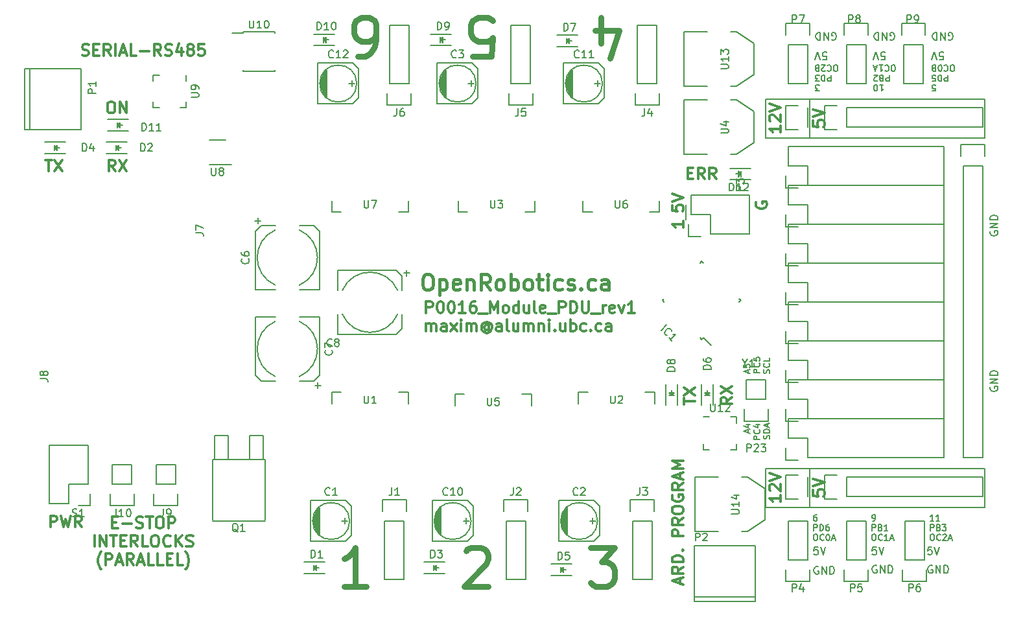
<source format=gto>
G04 #@! TF.FileFunction,Legend,Top*
%FSLAX46Y46*%
G04 Gerber Fmt 4.6, Leading zero omitted, Abs format (unit mm)*
G04 Created by KiCad (PCBNEW 4.0.1-stable) date 11/13/2016 6:28:19 PM*
%MOMM*%
G01*
G04 APERTURE LIST*
%ADD10C,0.100000*%
%ADD11C,0.300000*%
%ADD12C,0.160000*%
%ADD13C,0.200000*%
%ADD14C,0.762000*%
%ADD15C,0.381000*%
%ADD16C,0.150000*%
G04 APERTURE END LIST*
D10*
D11*
X137457571Y-114676999D02*
X136743286Y-115176999D01*
X137457571Y-115534142D02*
X135957571Y-115534142D01*
X135957571Y-114962714D01*
X136029000Y-114819856D01*
X136100429Y-114748428D01*
X136243286Y-114676999D01*
X136457571Y-114676999D01*
X136600429Y-114748428D01*
X136671857Y-114819856D01*
X136743286Y-114962714D01*
X136743286Y-115534142D01*
X135957571Y-114176999D02*
X137457571Y-113176999D01*
X135957571Y-113176999D02*
X137457571Y-114176999D01*
D12*
X139569333Y-111480619D02*
X139569333Y-111099667D01*
X139797905Y-111556810D02*
X138997905Y-111290143D01*
X139797905Y-111023476D01*
X138997905Y-110375857D02*
X138997905Y-110756810D01*
X139378857Y-110794905D01*
X139340762Y-110756810D01*
X139302667Y-110680619D01*
X139302667Y-110490143D01*
X139340762Y-110413953D01*
X139378857Y-110375857D01*
X139455048Y-110337762D01*
X139645524Y-110337762D01*
X139721714Y-110375857D01*
X139759810Y-110413953D01*
X139797905Y-110490143D01*
X139797905Y-110680619D01*
X139759810Y-110756810D01*
X139721714Y-110794905D01*
X141077905Y-111442524D02*
X140277905Y-111442524D01*
X140277905Y-111137762D01*
X140316000Y-111061571D01*
X140354095Y-111023476D01*
X140430286Y-110985381D01*
X140544571Y-110985381D01*
X140620762Y-111023476D01*
X140658857Y-111061571D01*
X140696952Y-111137762D01*
X140696952Y-111442524D01*
X141001714Y-110185381D02*
X141039810Y-110223476D01*
X141077905Y-110337762D01*
X141077905Y-110413952D01*
X141039810Y-110528238D01*
X140963619Y-110604429D01*
X140887429Y-110642524D01*
X140735048Y-110680619D01*
X140620762Y-110680619D01*
X140468381Y-110642524D01*
X140392190Y-110604429D01*
X140316000Y-110528238D01*
X140277905Y-110413952D01*
X140277905Y-110337762D01*
X140316000Y-110223476D01*
X140354095Y-110185381D01*
X140277905Y-109461571D02*
X140277905Y-109842524D01*
X140658857Y-109880619D01*
X140620762Y-109842524D01*
X140582667Y-109766333D01*
X140582667Y-109575857D01*
X140620762Y-109499667D01*
X140658857Y-109461571D01*
X140735048Y-109423476D01*
X140925524Y-109423476D01*
X141001714Y-109461571D01*
X141039810Y-109499667D01*
X141077905Y-109575857D01*
X141077905Y-109766333D01*
X141039810Y-109842524D01*
X141001714Y-109880619D01*
X142319810Y-111480619D02*
X142357905Y-111366333D01*
X142357905Y-111175857D01*
X142319810Y-111099667D01*
X142281714Y-111061571D01*
X142205524Y-111023476D01*
X142129333Y-111023476D01*
X142053143Y-111061571D01*
X142015048Y-111099667D01*
X141976952Y-111175857D01*
X141938857Y-111328238D01*
X141900762Y-111404429D01*
X141862667Y-111442524D01*
X141786476Y-111480619D01*
X141710286Y-111480619D01*
X141634095Y-111442524D01*
X141596000Y-111404429D01*
X141557905Y-111328238D01*
X141557905Y-111137762D01*
X141596000Y-111023476D01*
X142281714Y-110223476D02*
X142319810Y-110261571D01*
X142357905Y-110375857D01*
X142357905Y-110452047D01*
X142319810Y-110566333D01*
X142243619Y-110642524D01*
X142167429Y-110680619D01*
X142015048Y-110718714D01*
X141900762Y-110718714D01*
X141748381Y-110680619D01*
X141672190Y-110642524D01*
X141596000Y-110566333D01*
X141557905Y-110452047D01*
X141557905Y-110375857D01*
X141596000Y-110261571D01*
X141634095Y-110223476D01*
X142357905Y-109499666D02*
X142357905Y-109880619D01*
X141557905Y-109880619D01*
X139569333Y-119278238D02*
X139569333Y-118897286D01*
X139797905Y-119354429D02*
X138997905Y-119087762D01*
X139797905Y-118821095D01*
X139264571Y-118211572D02*
X139797905Y-118211572D01*
X138959810Y-118402048D02*
X139531238Y-118592524D01*
X139531238Y-118097286D01*
X141077905Y-120154429D02*
X140277905Y-120154429D01*
X140277905Y-119849667D01*
X140316000Y-119773476D01*
X140354095Y-119735381D01*
X140430286Y-119697286D01*
X140544571Y-119697286D01*
X140620762Y-119735381D01*
X140658857Y-119773476D01*
X140696952Y-119849667D01*
X140696952Y-120154429D01*
X141001714Y-118897286D02*
X141039810Y-118935381D01*
X141077905Y-119049667D01*
X141077905Y-119125857D01*
X141039810Y-119240143D01*
X140963619Y-119316334D01*
X140887429Y-119354429D01*
X140735048Y-119392524D01*
X140620762Y-119392524D01*
X140468381Y-119354429D01*
X140392190Y-119316334D01*
X140316000Y-119240143D01*
X140277905Y-119125857D01*
X140277905Y-119049667D01*
X140316000Y-118935381D01*
X140354095Y-118897286D01*
X140544571Y-118211572D02*
X141077905Y-118211572D01*
X140239810Y-118402048D02*
X140811238Y-118592524D01*
X140811238Y-118097286D01*
X142319810Y-120078238D02*
X142357905Y-119963952D01*
X142357905Y-119773476D01*
X142319810Y-119697286D01*
X142281714Y-119659190D01*
X142205524Y-119621095D01*
X142129333Y-119621095D01*
X142053143Y-119659190D01*
X142015048Y-119697286D01*
X141976952Y-119773476D01*
X141938857Y-119925857D01*
X141900762Y-120002048D01*
X141862667Y-120040143D01*
X141786476Y-120078238D01*
X141710286Y-120078238D01*
X141634095Y-120040143D01*
X141596000Y-120002048D01*
X141557905Y-119925857D01*
X141557905Y-119735381D01*
X141596000Y-119621095D01*
X142357905Y-119278238D02*
X141557905Y-119278238D01*
X141557905Y-119087762D01*
X141596000Y-118973476D01*
X141672190Y-118897285D01*
X141748381Y-118859190D01*
X141900762Y-118821095D01*
X142015048Y-118821095D01*
X142167429Y-118859190D01*
X142243619Y-118897285D01*
X142319810Y-118973476D01*
X142357905Y-119087762D01*
X142357905Y-119278238D01*
X142129333Y-118516333D02*
X142129333Y-118135381D01*
X142357905Y-118592524D02*
X141557905Y-118325857D01*
X142357905Y-118059190D01*
D11*
X52579001Y-69949143D02*
X52793287Y-70020571D01*
X53150430Y-70020571D01*
X53293287Y-69949143D01*
X53364716Y-69877714D01*
X53436144Y-69734857D01*
X53436144Y-69592000D01*
X53364716Y-69449143D01*
X53293287Y-69377714D01*
X53150430Y-69306286D01*
X52864716Y-69234857D01*
X52721858Y-69163429D01*
X52650430Y-69092000D01*
X52579001Y-68949143D01*
X52579001Y-68806286D01*
X52650430Y-68663429D01*
X52721858Y-68592000D01*
X52864716Y-68520571D01*
X53221858Y-68520571D01*
X53436144Y-68592000D01*
X54079001Y-69234857D02*
X54579001Y-69234857D01*
X54793287Y-70020571D02*
X54079001Y-70020571D01*
X54079001Y-68520571D01*
X54793287Y-68520571D01*
X56293287Y-70020571D02*
X55793287Y-69306286D01*
X55436144Y-70020571D02*
X55436144Y-68520571D01*
X56007572Y-68520571D01*
X56150430Y-68592000D01*
X56221858Y-68663429D01*
X56293287Y-68806286D01*
X56293287Y-69020571D01*
X56221858Y-69163429D01*
X56150430Y-69234857D01*
X56007572Y-69306286D01*
X55436144Y-69306286D01*
X56936144Y-70020571D02*
X56936144Y-68520571D01*
X57579001Y-69592000D02*
X58293287Y-69592000D01*
X57436144Y-70020571D02*
X57936144Y-68520571D01*
X58436144Y-70020571D01*
X59650430Y-70020571D02*
X58936144Y-70020571D01*
X58936144Y-68520571D01*
X60150430Y-69449143D02*
X61293287Y-69449143D01*
X62864716Y-70020571D02*
X62364716Y-69306286D01*
X62007573Y-70020571D02*
X62007573Y-68520571D01*
X62579001Y-68520571D01*
X62721859Y-68592000D01*
X62793287Y-68663429D01*
X62864716Y-68806286D01*
X62864716Y-69020571D01*
X62793287Y-69163429D01*
X62721859Y-69234857D01*
X62579001Y-69306286D01*
X62007573Y-69306286D01*
X63436144Y-69949143D02*
X63650430Y-70020571D01*
X64007573Y-70020571D01*
X64150430Y-69949143D01*
X64221859Y-69877714D01*
X64293287Y-69734857D01*
X64293287Y-69592000D01*
X64221859Y-69449143D01*
X64150430Y-69377714D01*
X64007573Y-69306286D01*
X63721859Y-69234857D01*
X63579001Y-69163429D01*
X63507573Y-69092000D01*
X63436144Y-68949143D01*
X63436144Y-68806286D01*
X63507573Y-68663429D01*
X63579001Y-68592000D01*
X63721859Y-68520571D01*
X64079001Y-68520571D01*
X64293287Y-68592000D01*
X65579001Y-69020571D02*
X65579001Y-70020571D01*
X65221858Y-68449143D02*
X64864715Y-69520571D01*
X65793287Y-69520571D01*
X66579001Y-69163429D02*
X66436143Y-69092000D01*
X66364715Y-69020571D01*
X66293286Y-68877714D01*
X66293286Y-68806286D01*
X66364715Y-68663429D01*
X66436143Y-68592000D01*
X66579001Y-68520571D01*
X66864715Y-68520571D01*
X67007572Y-68592000D01*
X67079001Y-68663429D01*
X67150429Y-68806286D01*
X67150429Y-68877714D01*
X67079001Y-69020571D01*
X67007572Y-69092000D01*
X66864715Y-69163429D01*
X66579001Y-69163429D01*
X66436143Y-69234857D01*
X66364715Y-69306286D01*
X66293286Y-69449143D01*
X66293286Y-69734857D01*
X66364715Y-69877714D01*
X66436143Y-69949143D01*
X66579001Y-70020571D01*
X66864715Y-70020571D01*
X67007572Y-69949143D01*
X67079001Y-69877714D01*
X67150429Y-69734857D01*
X67150429Y-69449143D01*
X67079001Y-69306286D01*
X67007572Y-69234857D01*
X66864715Y-69163429D01*
X68507572Y-68520571D02*
X67793286Y-68520571D01*
X67721857Y-69234857D01*
X67793286Y-69163429D01*
X67936143Y-69092000D01*
X68293286Y-69092000D01*
X68436143Y-69163429D01*
X68507572Y-69234857D01*
X68579000Y-69377714D01*
X68579000Y-69734857D01*
X68507572Y-69877714D01*
X68436143Y-69949143D01*
X68293286Y-70020571D01*
X67936143Y-70020571D01*
X67793286Y-69949143D01*
X67721857Y-69877714D01*
D13*
X149304238Y-70524619D02*
X149780429Y-70524619D01*
X149828048Y-70048429D01*
X149780429Y-70096048D01*
X149685191Y-70143667D01*
X149447095Y-70143667D01*
X149351857Y-70096048D01*
X149304238Y-70048429D01*
X149256619Y-69953190D01*
X149256619Y-69715095D01*
X149304238Y-69619857D01*
X149351857Y-69572238D01*
X149447095Y-69524619D01*
X149685191Y-69524619D01*
X149780429Y-69572238D01*
X149828048Y-69619857D01*
X148970905Y-70524619D02*
X148637572Y-69524619D01*
X148304238Y-70524619D01*
X150494714Y-67937000D02*
X150589952Y-67984619D01*
X150732809Y-67984619D01*
X150875667Y-67937000D01*
X150970905Y-67841762D01*
X151018524Y-67746524D01*
X151066143Y-67556048D01*
X151066143Y-67413190D01*
X151018524Y-67222714D01*
X150970905Y-67127476D01*
X150875667Y-67032238D01*
X150732809Y-66984619D01*
X150637571Y-66984619D01*
X150494714Y-67032238D01*
X150447095Y-67079857D01*
X150447095Y-67413190D01*
X150637571Y-67413190D01*
X150018524Y-66984619D02*
X150018524Y-67984619D01*
X149447095Y-66984619D01*
X149447095Y-67984619D01*
X148970905Y-66984619D02*
X148970905Y-67984619D01*
X148732810Y-67984619D01*
X148589952Y-67937000D01*
X148494714Y-67841762D01*
X148447095Y-67746524D01*
X148399476Y-67556048D01*
X148399476Y-67413190D01*
X148447095Y-67222714D01*
X148494714Y-67127476D01*
X148589952Y-67032238D01*
X148732810Y-66984619D01*
X148970905Y-66984619D01*
X158114714Y-67937000D02*
X158209952Y-67984619D01*
X158352809Y-67984619D01*
X158495667Y-67937000D01*
X158590905Y-67841762D01*
X158638524Y-67746524D01*
X158686143Y-67556048D01*
X158686143Y-67413190D01*
X158638524Y-67222714D01*
X158590905Y-67127476D01*
X158495667Y-67032238D01*
X158352809Y-66984619D01*
X158257571Y-66984619D01*
X158114714Y-67032238D01*
X158067095Y-67079857D01*
X158067095Y-67413190D01*
X158257571Y-67413190D01*
X157638524Y-66984619D02*
X157638524Y-67984619D01*
X157067095Y-66984619D01*
X157067095Y-67984619D01*
X156590905Y-66984619D02*
X156590905Y-67984619D01*
X156352810Y-67984619D01*
X156209952Y-67937000D01*
X156114714Y-67841762D01*
X156067095Y-67746524D01*
X156019476Y-67556048D01*
X156019476Y-67413190D01*
X156067095Y-67222714D01*
X156114714Y-67127476D01*
X156209952Y-67032238D01*
X156352810Y-66984619D01*
X156590905Y-66984619D01*
X156924238Y-70524619D02*
X157400429Y-70524619D01*
X157448048Y-70048429D01*
X157400429Y-70096048D01*
X157305191Y-70143667D01*
X157067095Y-70143667D01*
X156971857Y-70096048D01*
X156924238Y-70048429D01*
X156876619Y-69953190D01*
X156876619Y-69715095D01*
X156924238Y-69619857D01*
X156971857Y-69572238D01*
X157067095Y-69524619D01*
X157305191Y-69524619D01*
X157400429Y-69572238D01*
X157448048Y-69619857D01*
X156590905Y-70524619D02*
X156257572Y-69524619D01*
X155924238Y-70524619D01*
X165734714Y-67937000D02*
X165829952Y-67984619D01*
X165972809Y-67984619D01*
X166115667Y-67937000D01*
X166210905Y-67841762D01*
X166258524Y-67746524D01*
X166306143Y-67556048D01*
X166306143Y-67413190D01*
X166258524Y-67222714D01*
X166210905Y-67127476D01*
X166115667Y-67032238D01*
X165972809Y-66984619D01*
X165877571Y-66984619D01*
X165734714Y-67032238D01*
X165687095Y-67079857D01*
X165687095Y-67413190D01*
X165877571Y-67413190D01*
X165258524Y-66984619D02*
X165258524Y-67984619D01*
X164687095Y-66984619D01*
X164687095Y-67984619D01*
X164210905Y-66984619D02*
X164210905Y-67984619D01*
X163972810Y-67984619D01*
X163829952Y-67937000D01*
X163734714Y-67841762D01*
X163687095Y-67746524D01*
X163639476Y-67556048D01*
X163639476Y-67413190D01*
X163687095Y-67222714D01*
X163734714Y-67127476D01*
X163829952Y-67032238D01*
X163972810Y-66984619D01*
X164210905Y-66984619D01*
X164544238Y-70524619D02*
X165020429Y-70524619D01*
X165068048Y-70048429D01*
X165020429Y-70096048D01*
X164925191Y-70143667D01*
X164687095Y-70143667D01*
X164591857Y-70096048D01*
X164544238Y-70048429D01*
X164496619Y-69953190D01*
X164496619Y-69715095D01*
X164544238Y-69619857D01*
X164591857Y-69572238D01*
X164687095Y-69524619D01*
X164925191Y-69524619D01*
X165020429Y-69572238D01*
X165068048Y-69619857D01*
X164210905Y-70524619D02*
X163877572Y-69524619D01*
X163544238Y-70524619D01*
X163528286Y-134199381D02*
X163052095Y-134199381D01*
X163004476Y-134675571D01*
X163052095Y-134627952D01*
X163147333Y-134580333D01*
X163385429Y-134580333D01*
X163480667Y-134627952D01*
X163528286Y-134675571D01*
X163575905Y-134770810D01*
X163575905Y-135008905D01*
X163528286Y-135104143D01*
X163480667Y-135151762D01*
X163385429Y-135199381D01*
X163147333Y-135199381D01*
X163052095Y-135151762D01*
X163004476Y-135104143D01*
X163861619Y-134199381D02*
X164194952Y-135199381D01*
X164528286Y-134199381D01*
X156289286Y-134199381D02*
X155813095Y-134199381D01*
X155765476Y-134675571D01*
X155813095Y-134627952D01*
X155908333Y-134580333D01*
X156146429Y-134580333D01*
X156241667Y-134627952D01*
X156289286Y-134675571D01*
X156336905Y-134770810D01*
X156336905Y-135008905D01*
X156289286Y-135104143D01*
X156241667Y-135151762D01*
X156146429Y-135199381D01*
X155908333Y-135199381D01*
X155813095Y-135151762D01*
X155765476Y-135104143D01*
X156622619Y-134199381D02*
X156955952Y-135199381D01*
X157289286Y-134199381D01*
X148669286Y-134199381D02*
X148193095Y-134199381D01*
X148145476Y-134675571D01*
X148193095Y-134627952D01*
X148288333Y-134580333D01*
X148526429Y-134580333D01*
X148621667Y-134627952D01*
X148669286Y-134675571D01*
X148716905Y-134770810D01*
X148716905Y-135008905D01*
X148669286Y-135104143D01*
X148621667Y-135151762D01*
X148526429Y-135199381D01*
X148288333Y-135199381D01*
X148193095Y-135151762D01*
X148145476Y-135104143D01*
X149002619Y-134199381D02*
X149335952Y-135199381D01*
X149669286Y-134199381D01*
X163601905Y-136660000D02*
X163506667Y-136612381D01*
X163363810Y-136612381D01*
X163220952Y-136660000D01*
X163125714Y-136755238D01*
X163078095Y-136850476D01*
X163030476Y-137040952D01*
X163030476Y-137183810D01*
X163078095Y-137374286D01*
X163125714Y-137469524D01*
X163220952Y-137564762D01*
X163363810Y-137612381D01*
X163459048Y-137612381D01*
X163601905Y-137564762D01*
X163649524Y-137517143D01*
X163649524Y-137183810D01*
X163459048Y-137183810D01*
X164078095Y-137612381D02*
X164078095Y-136612381D01*
X164649524Y-137612381D01*
X164649524Y-136612381D01*
X165125714Y-137612381D02*
X165125714Y-136612381D01*
X165363809Y-136612381D01*
X165506667Y-136660000D01*
X165601905Y-136755238D01*
X165649524Y-136850476D01*
X165697143Y-137040952D01*
X165697143Y-137183810D01*
X165649524Y-137374286D01*
X165601905Y-137469524D01*
X165506667Y-137564762D01*
X165363809Y-137612381D01*
X165125714Y-137612381D01*
X156336905Y-136660000D02*
X156241667Y-136612381D01*
X156098810Y-136612381D01*
X155955952Y-136660000D01*
X155860714Y-136755238D01*
X155813095Y-136850476D01*
X155765476Y-137040952D01*
X155765476Y-137183810D01*
X155813095Y-137374286D01*
X155860714Y-137469524D01*
X155955952Y-137564762D01*
X156098810Y-137612381D01*
X156194048Y-137612381D01*
X156336905Y-137564762D01*
X156384524Y-137517143D01*
X156384524Y-137183810D01*
X156194048Y-137183810D01*
X156813095Y-137612381D02*
X156813095Y-136612381D01*
X157384524Y-137612381D01*
X157384524Y-136612381D01*
X157860714Y-137612381D02*
X157860714Y-136612381D01*
X158098809Y-136612381D01*
X158241667Y-136660000D01*
X158336905Y-136755238D01*
X158384524Y-136850476D01*
X158432143Y-137040952D01*
X158432143Y-137183810D01*
X158384524Y-137374286D01*
X158336905Y-137469524D01*
X158241667Y-137564762D01*
X158098809Y-137612381D01*
X157860714Y-137612381D01*
X148716905Y-136787000D02*
X148621667Y-136739381D01*
X148478810Y-136739381D01*
X148335952Y-136787000D01*
X148240714Y-136882238D01*
X148193095Y-136977476D01*
X148145476Y-137167952D01*
X148145476Y-137310810D01*
X148193095Y-137501286D01*
X148240714Y-137596524D01*
X148335952Y-137691762D01*
X148478810Y-137739381D01*
X148574048Y-137739381D01*
X148716905Y-137691762D01*
X148764524Y-137644143D01*
X148764524Y-137310810D01*
X148574048Y-137310810D01*
X149193095Y-137739381D02*
X149193095Y-136739381D01*
X149764524Y-137739381D01*
X149764524Y-136739381D01*
X150240714Y-137739381D02*
X150240714Y-136739381D01*
X150478809Y-136739381D01*
X150621667Y-136787000D01*
X150716905Y-136882238D01*
X150764524Y-136977476D01*
X150812143Y-137167952D01*
X150812143Y-137310810D01*
X150764524Y-137501286D01*
X150716905Y-137596524D01*
X150621667Y-137691762D01*
X150478809Y-137739381D01*
X150240714Y-137739381D01*
X171204000Y-92963904D02*
X171156381Y-93059142D01*
X171156381Y-93201999D01*
X171204000Y-93344857D01*
X171299238Y-93440095D01*
X171394476Y-93487714D01*
X171584952Y-93535333D01*
X171727810Y-93535333D01*
X171918286Y-93487714D01*
X172013524Y-93440095D01*
X172108762Y-93344857D01*
X172156381Y-93201999D01*
X172156381Y-93106761D01*
X172108762Y-92963904D01*
X172061143Y-92916285D01*
X171727810Y-92916285D01*
X171727810Y-93106761D01*
X172156381Y-92487714D02*
X171156381Y-92487714D01*
X172156381Y-91916285D01*
X171156381Y-91916285D01*
X172156381Y-91440095D02*
X171156381Y-91440095D01*
X171156381Y-91202000D01*
X171204000Y-91059142D01*
X171299238Y-90963904D01*
X171394476Y-90916285D01*
X171584952Y-90868666D01*
X171727810Y-90868666D01*
X171918286Y-90916285D01*
X172013524Y-90963904D01*
X172108762Y-91059142D01*
X172156381Y-91202000D01*
X172156381Y-91440095D01*
X171204000Y-113283904D02*
X171156381Y-113379142D01*
X171156381Y-113521999D01*
X171204000Y-113664857D01*
X171299238Y-113760095D01*
X171394476Y-113807714D01*
X171584952Y-113855333D01*
X171727810Y-113855333D01*
X171918286Y-113807714D01*
X172013524Y-113760095D01*
X172108762Y-113664857D01*
X172156381Y-113521999D01*
X172156381Y-113426761D01*
X172108762Y-113283904D01*
X172061143Y-113236285D01*
X171727810Y-113236285D01*
X171727810Y-113426761D01*
X172156381Y-112807714D02*
X171156381Y-112807714D01*
X172156381Y-112236285D01*
X171156381Y-112236285D01*
X172156381Y-111760095D02*
X171156381Y-111760095D01*
X171156381Y-111522000D01*
X171204000Y-111379142D01*
X171299238Y-111283904D01*
X171394476Y-111236285D01*
X171584952Y-111188666D01*
X171727810Y-111188666D01*
X171918286Y-111236285D01*
X172013524Y-111283904D01*
X172108762Y-111379142D01*
X172156381Y-111522000D01*
X172156381Y-111760095D01*
X147574000Y-75692000D02*
X147574000Y-80772000D01*
X170434000Y-75692000D02*
X170434000Y-80772000D01*
X141859000Y-75692000D02*
X170434000Y-75692000D01*
X141859000Y-80772000D02*
X141859000Y-75692000D01*
X170434000Y-80772000D02*
X141859000Y-80772000D01*
D11*
X143807571Y-79160571D02*
X143807571Y-80017714D01*
X143807571Y-79589142D02*
X142307571Y-79589142D01*
X142521857Y-79731999D01*
X142664714Y-79874857D01*
X142736143Y-80017714D01*
X142450429Y-78589143D02*
X142379000Y-78517714D01*
X142307571Y-78374857D01*
X142307571Y-78017714D01*
X142379000Y-77874857D01*
X142450429Y-77803428D01*
X142593286Y-77732000D01*
X142736143Y-77732000D01*
X142950429Y-77803428D01*
X143807571Y-78660571D01*
X143807571Y-77732000D01*
X142307571Y-77303429D02*
X143807571Y-76803429D01*
X142307571Y-76303429D01*
X148022571Y-78517713D02*
X148022571Y-79231999D01*
X148736857Y-79303428D01*
X148665429Y-79231999D01*
X148594000Y-79089142D01*
X148594000Y-78731999D01*
X148665429Y-78589142D01*
X148736857Y-78517713D01*
X148879714Y-78446285D01*
X149236857Y-78446285D01*
X149379714Y-78517713D01*
X149451143Y-78589142D01*
X149522571Y-78731999D01*
X149522571Y-79089142D01*
X149451143Y-79231999D01*
X149379714Y-79303428D01*
X148022571Y-78017714D02*
X149522571Y-77517714D01*
X148022571Y-77017714D01*
D13*
X170434000Y-123952000D02*
X147574000Y-123952000D01*
X170434000Y-129032000D02*
X170434000Y-123952000D01*
X147574000Y-129032000D02*
X170434000Y-129032000D01*
X141859000Y-129032000D02*
X141859000Y-123952000D01*
X147574000Y-129032000D02*
X141859000Y-129032000D01*
X147574000Y-123952000D02*
X147574000Y-129032000D01*
X141859000Y-123952000D02*
X147574000Y-123952000D01*
D11*
X143807571Y-127420571D02*
X143807571Y-128277714D01*
X143807571Y-127849142D02*
X142307571Y-127849142D01*
X142521857Y-127991999D01*
X142664714Y-128134857D01*
X142736143Y-128277714D01*
X142450429Y-126849143D02*
X142379000Y-126777714D01*
X142307571Y-126634857D01*
X142307571Y-126277714D01*
X142379000Y-126134857D01*
X142450429Y-126063428D01*
X142593286Y-125992000D01*
X142736143Y-125992000D01*
X142950429Y-126063428D01*
X143807571Y-126920571D01*
X143807571Y-125992000D01*
X142307571Y-125563429D02*
X143807571Y-125063429D01*
X142307571Y-124563429D01*
X148022571Y-126777713D02*
X148022571Y-127491999D01*
X148736857Y-127563428D01*
X148665429Y-127491999D01*
X148594000Y-127349142D01*
X148594000Y-126991999D01*
X148665429Y-126849142D01*
X148736857Y-126777713D01*
X148879714Y-126706285D01*
X149236857Y-126706285D01*
X149379714Y-126777713D01*
X149451143Y-126849142D01*
X149522571Y-126991999D01*
X149522571Y-127349142D01*
X149451143Y-127491999D01*
X149379714Y-127563428D01*
X148022571Y-126277714D02*
X149522571Y-125777714D01*
X148022571Y-125277714D01*
D12*
X148856619Y-74616095D02*
X148361381Y-74616095D01*
X148628048Y-74311333D01*
X148513762Y-74311333D01*
X148437572Y-74273238D01*
X148399476Y-74235143D01*
X148361381Y-74158952D01*
X148361381Y-73968476D01*
X148399476Y-73892286D01*
X148437572Y-73854190D01*
X148513762Y-73816095D01*
X148742334Y-73816095D01*
X148818524Y-73854190D01*
X148856619Y-73892286D01*
X150380429Y-72536095D02*
X150380429Y-73336095D01*
X150075667Y-73336095D01*
X149999476Y-73298000D01*
X149961381Y-73259905D01*
X149923286Y-73183714D01*
X149923286Y-73069429D01*
X149961381Y-72993238D01*
X149999476Y-72955143D01*
X150075667Y-72917048D01*
X150380429Y-72917048D01*
X149580429Y-72536095D02*
X149580429Y-73336095D01*
X149389953Y-73336095D01*
X149275667Y-73298000D01*
X149199476Y-73221810D01*
X149161381Y-73145619D01*
X149123286Y-72993238D01*
X149123286Y-72878952D01*
X149161381Y-72726571D01*
X149199476Y-72650381D01*
X149275667Y-72574190D01*
X149389953Y-72536095D01*
X149580429Y-72536095D01*
X148856619Y-73336095D02*
X148361381Y-73336095D01*
X148628048Y-73031333D01*
X148513762Y-73031333D01*
X148437572Y-72993238D01*
X148399476Y-72955143D01*
X148361381Y-72878952D01*
X148361381Y-72688476D01*
X148399476Y-72612286D01*
X148437572Y-72574190D01*
X148513762Y-72536095D01*
X148742334Y-72536095D01*
X148818524Y-72574190D01*
X148856619Y-72612286D01*
X151066143Y-72056095D02*
X150913762Y-72056095D01*
X150837571Y-72018000D01*
X150761381Y-71941810D01*
X150723286Y-71789429D01*
X150723286Y-71522762D01*
X150761381Y-71370381D01*
X150837571Y-71294190D01*
X150913762Y-71256095D01*
X151066143Y-71256095D01*
X151142333Y-71294190D01*
X151218524Y-71370381D01*
X151256619Y-71522762D01*
X151256619Y-71789429D01*
X151218524Y-71941810D01*
X151142333Y-72018000D01*
X151066143Y-72056095D01*
X149923286Y-71332286D02*
X149961381Y-71294190D01*
X150075667Y-71256095D01*
X150151857Y-71256095D01*
X150266143Y-71294190D01*
X150342334Y-71370381D01*
X150380429Y-71446571D01*
X150418524Y-71598952D01*
X150418524Y-71713238D01*
X150380429Y-71865619D01*
X150342334Y-71941810D01*
X150266143Y-72018000D01*
X150151857Y-72056095D01*
X150075667Y-72056095D01*
X149961381Y-72018000D01*
X149923286Y-71979905D01*
X149618524Y-71979905D02*
X149580429Y-72018000D01*
X149504238Y-72056095D01*
X149313762Y-72056095D01*
X149237572Y-72018000D01*
X149199476Y-71979905D01*
X149161381Y-71903714D01*
X149161381Y-71827524D01*
X149199476Y-71713238D01*
X149656619Y-71256095D01*
X149161381Y-71256095D01*
X148551857Y-71675143D02*
X148437571Y-71637048D01*
X148399476Y-71598952D01*
X148361381Y-71522762D01*
X148361381Y-71408476D01*
X148399476Y-71332286D01*
X148437571Y-71294190D01*
X148513762Y-71256095D01*
X148818524Y-71256095D01*
X148818524Y-72056095D01*
X148551857Y-72056095D01*
X148475667Y-72018000D01*
X148437571Y-71979905D01*
X148399476Y-71903714D01*
X148399476Y-71827524D01*
X148437571Y-71751333D01*
X148475667Y-71713238D01*
X148551857Y-71675143D01*
X148818524Y-71675143D01*
X156743286Y-73816095D02*
X157200429Y-73816095D01*
X156971858Y-73816095D02*
X156971858Y-74616095D01*
X157048048Y-74501810D01*
X157124239Y-74425619D01*
X157200429Y-74387524D01*
X156248048Y-74616095D02*
X156171857Y-74616095D01*
X156095667Y-74578000D01*
X156057572Y-74539905D01*
X156019476Y-74463714D01*
X155981381Y-74311333D01*
X155981381Y-74120857D01*
X156019476Y-73968476D01*
X156057572Y-73892286D01*
X156095667Y-73854190D01*
X156171857Y-73816095D01*
X156248048Y-73816095D01*
X156324238Y-73854190D01*
X156362334Y-73892286D01*
X156400429Y-73968476D01*
X156438524Y-74120857D01*
X156438524Y-74311333D01*
X156400429Y-74463714D01*
X156362334Y-74539905D01*
X156324238Y-74578000D01*
X156248048Y-74616095D01*
X158000429Y-72536095D02*
X158000429Y-73336095D01*
X157695667Y-73336095D01*
X157619476Y-73298000D01*
X157581381Y-73259905D01*
X157543286Y-73183714D01*
X157543286Y-73069429D01*
X157581381Y-72993238D01*
X157619476Y-72955143D01*
X157695667Y-72917048D01*
X158000429Y-72917048D01*
X156933762Y-72955143D02*
X156819476Y-72917048D01*
X156781381Y-72878952D01*
X156743286Y-72802762D01*
X156743286Y-72688476D01*
X156781381Y-72612286D01*
X156819476Y-72574190D01*
X156895667Y-72536095D01*
X157200429Y-72536095D01*
X157200429Y-73336095D01*
X156933762Y-73336095D01*
X156857572Y-73298000D01*
X156819476Y-73259905D01*
X156781381Y-73183714D01*
X156781381Y-73107524D01*
X156819476Y-73031333D01*
X156857572Y-72993238D01*
X156933762Y-72955143D01*
X157200429Y-72955143D01*
X156438524Y-73259905D02*
X156400429Y-73298000D01*
X156324238Y-73336095D01*
X156133762Y-73336095D01*
X156057572Y-73298000D01*
X156019476Y-73259905D01*
X155981381Y-73183714D01*
X155981381Y-73107524D01*
X156019476Y-72993238D01*
X156476619Y-72536095D01*
X155981381Y-72536095D01*
X158571857Y-72056095D02*
X158419476Y-72056095D01*
X158343285Y-72018000D01*
X158267095Y-71941810D01*
X158229000Y-71789429D01*
X158229000Y-71522762D01*
X158267095Y-71370381D01*
X158343285Y-71294190D01*
X158419476Y-71256095D01*
X158571857Y-71256095D01*
X158648047Y-71294190D01*
X158724238Y-71370381D01*
X158762333Y-71522762D01*
X158762333Y-71789429D01*
X158724238Y-71941810D01*
X158648047Y-72018000D01*
X158571857Y-72056095D01*
X157429000Y-71332286D02*
X157467095Y-71294190D01*
X157581381Y-71256095D01*
X157657571Y-71256095D01*
X157771857Y-71294190D01*
X157848048Y-71370381D01*
X157886143Y-71446571D01*
X157924238Y-71598952D01*
X157924238Y-71713238D01*
X157886143Y-71865619D01*
X157848048Y-71941810D01*
X157771857Y-72018000D01*
X157657571Y-72056095D01*
X157581381Y-72056095D01*
X157467095Y-72018000D01*
X157429000Y-71979905D01*
X156667095Y-71256095D02*
X157124238Y-71256095D01*
X156895667Y-71256095D02*
X156895667Y-72056095D01*
X156971857Y-71941810D01*
X157048048Y-71865619D01*
X157124238Y-71827524D01*
X156362333Y-71484667D02*
X155981381Y-71484667D01*
X156438524Y-71256095D02*
X156171857Y-72056095D01*
X155905190Y-71256095D01*
X163639476Y-74616095D02*
X164020429Y-74616095D01*
X164058524Y-74235143D01*
X164020429Y-74273238D01*
X163944238Y-74311333D01*
X163753762Y-74311333D01*
X163677572Y-74273238D01*
X163639476Y-74235143D01*
X163601381Y-74158952D01*
X163601381Y-73968476D01*
X163639476Y-73892286D01*
X163677572Y-73854190D01*
X163753762Y-73816095D01*
X163944238Y-73816095D01*
X164020429Y-73854190D01*
X164058524Y-73892286D01*
X165620429Y-72536095D02*
X165620429Y-73336095D01*
X165315667Y-73336095D01*
X165239476Y-73298000D01*
X165201381Y-73259905D01*
X165163286Y-73183714D01*
X165163286Y-73069429D01*
X165201381Y-72993238D01*
X165239476Y-72955143D01*
X165315667Y-72917048D01*
X165620429Y-72917048D01*
X164820429Y-72536095D02*
X164820429Y-73336095D01*
X164629953Y-73336095D01*
X164515667Y-73298000D01*
X164439476Y-73221810D01*
X164401381Y-73145619D01*
X164363286Y-72993238D01*
X164363286Y-72878952D01*
X164401381Y-72726571D01*
X164439476Y-72650381D01*
X164515667Y-72574190D01*
X164629953Y-72536095D01*
X164820429Y-72536095D01*
X163639476Y-73336095D02*
X164020429Y-73336095D01*
X164058524Y-72955143D01*
X164020429Y-72993238D01*
X163944238Y-73031333D01*
X163753762Y-73031333D01*
X163677572Y-72993238D01*
X163639476Y-72955143D01*
X163601381Y-72878952D01*
X163601381Y-72688476D01*
X163639476Y-72612286D01*
X163677572Y-72574190D01*
X163753762Y-72536095D01*
X163944238Y-72536095D01*
X164020429Y-72574190D01*
X164058524Y-72612286D01*
X166306143Y-72056095D02*
X166153762Y-72056095D01*
X166077571Y-72018000D01*
X166001381Y-71941810D01*
X165963286Y-71789429D01*
X165963286Y-71522762D01*
X166001381Y-71370381D01*
X166077571Y-71294190D01*
X166153762Y-71256095D01*
X166306143Y-71256095D01*
X166382333Y-71294190D01*
X166458524Y-71370381D01*
X166496619Y-71522762D01*
X166496619Y-71789429D01*
X166458524Y-71941810D01*
X166382333Y-72018000D01*
X166306143Y-72056095D01*
X165163286Y-71332286D02*
X165201381Y-71294190D01*
X165315667Y-71256095D01*
X165391857Y-71256095D01*
X165506143Y-71294190D01*
X165582334Y-71370381D01*
X165620429Y-71446571D01*
X165658524Y-71598952D01*
X165658524Y-71713238D01*
X165620429Y-71865619D01*
X165582334Y-71941810D01*
X165506143Y-72018000D01*
X165391857Y-72056095D01*
X165315667Y-72056095D01*
X165201381Y-72018000D01*
X165163286Y-71979905D01*
X164668048Y-72056095D02*
X164591857Y-72056095D01*
X164515667Y-72018000D01*
X164477572Y-71979905D01*
X164439476Y-71903714D01*
X164401381Y-71751333D01*
X164401381Y-71560857D01*
X164439476Y-71408476D01*
X164477572Y-71332286D01*
X164515667Y-71294190D01*
X164591857Y-71256095D01*
X164668048Y-71256095D01*
X164744238Y-71294190D01*
X164782334Y-71332286D01*
X164820429Y-71408476D01*
X164858524Y-71560857D01*
X164858524Y-71751333D01*
X164820429Y-71903714D01*
X164782334Y-71979905D01*
X164744238Y-72018000D01*
X164668048Y-72056095D01*
X163791857Y-71675143D02*
X163677571Y-71637048D01*
X163639476Y-71598952D01*
X163601381Y-71522762D01*
X163601381Y-71408476D01*
X163639476Y-71332286D01*
X163677571Y-71294190D01*
X163753762Y-71256095D01*
X164058524Y-71256095D01*
X164058524Y-72056095D01*
X163791857Y-72056095D01*
X163715667Y-72018000D01*
X163677571Y-71979905D01*
X163639476Y-71903714D01*
X163639476Y-71827524D01*
X163677571Y-71751333D01*
X163715667Y-71713238D01*
X163791857Y-71675143D01*
X164058524Y-71675143D01*
X163804524Y-130780905D02*
X163347381Y-130780905D01*
X163575952Y-130780905D02*
X163575952Y-129980905D01*
X163499762Y-130095190D01*
X163423571Y-130171381D01*
X163347381Y-130209476D01*
X164566429Y-130780905D02*
X164109286Y-130780905D01*
X164337857Y-130780905D02*
X164337857Y-129980905D01*
X164261667Y-130095190D01*
X164185476Y-130171381D01*
X164109286Y-130209476D01*
X163385476Y-132060905D02*
X163385476Y-131260905D01*
X163690238Y-131260905D01*
X163766429Y-131299000D01*
X163804524Y-131337095D01*
X163842619Y-131413286D01*
X163842619Y-131527571D01*
X163804524Y-131603762D01*
X163766429Y-131641857D01*
X163690238Y-131679952D01*
X163385476Y-131679952D01*
X164452143Y-131641857D02*
X164566429Y-131679952D01*
X164604524Y-131718048D01*
X164642619Y-131794238D01*
X164642619Y-131908524D01*
X164604524Y-131984714D01*
X164566429Y-132022810D01*
X164490238Y-132060905D01*
X164185476Y-132060905D01*
X164185476Y-131260905D01*
X164452143Y-131260905D01*
X164528333Y-131299000D01*
X164566429Y-131337095D01*
X164604524Y-131413286D01*
X164604524Y-131489476D01*
X164566429Y-131565667D01*
X164528333Y-131603762D01*
X164452143Y-131641857D01*
X164185476Y-131641857D01*
X164909286Y-131260905D02*
X165404524Y-131260905D01*
X165137857Y-131565667D01*
X165252143Y-131565667D01*
X165328333Y-131603762D01*
X165366429Y-131641857D01*
X165404524Y-131718048D01*
X165404524Y-131908524D01*
X165366429Y-131984714D01*
X165328333Y-132022810D01*
X165252143Y-132060905D01*
X165023571Y-132060905D01*
X164947381Y-132022810D01*
X164909286Y-131984714D01*
X163537857Y-132540905D02*
X163690238Y-132540905D01*
X163766429Y-132579000D01*
X163842619Y-132655190D01*
X163880714Y-132807571D01*
X163880714Y-133074238D01*
X163842619Y-133226619D01*
X163766429Y-133302810D01*
X163690238Y-133340905D01*
X163537857Y-133340905D01*
X163461667Y-133302810D01*
X163385476Y-133226619D01*
X163347381Y-133074238D01*
X163347381Y-132807571D01*
X163385476Y-132655190D01*
X163461667Y-132579000D01*
X163537857Y-132540905D01*
X164680714Y-133264714D02*
X164642619Y-133302810D01*
X164528333Y-133340905D01*
X164452143Y-133340905D01*
X164337857Y-133302810D01*
X164261666Y-133226619D01*
X164223571Y-133150429D01*
X164185476Y-132998048D01*
X164185476Y-132883762D01*
X164223571Y-132731381D01*
X164261666Y-132655190D01*
X164337857Y-132579000D01*
X164452143Y-132540905D01*
X164528333Y-132540905D01*
X164642619Y-132579000D01*
X164680714Y-132617095D01*
X164985476Y-132617095D02*
X165023571Y-132579000D01*
X165099762Y-132540905D01*
X165290238Y-132540905D01*
X165366428Y-132579000D01*
X165404524Y-132617095D01*
X165442619Y-132693286D01*
X165442619Y-132769476D01*
X165404524Y-132883762D01*
X164947381Y-133340905D01*
X165442619Y-133340905D01*
X165747381Y-133112333D02*
X166128333Y-133112333D01*
X165671190Y-133340905D02*
X165937857Y-132540905D01*
X166204524Y-133340905D01*
X155803571Y-130780905D02*
X155955952Y-130780905D01*
X156032143Y-130742810D01*
X156070238Y-130704714D01*
X156146429Y-130590429D01*
X156184524Y-130438048D01*
X156184524Y-130133286D01*
X156146429Y-130057095D01*
X156108333Y-130019000D01*
X156032143Y-129980905D01*
X155879762Y-129980905D01*
X155803571Y-130019000D01*
X155765476Y-130057095D01*
X155727381Y-130133286D01*
X155727381Y-130323762D01*
X155765476Y-130399952D01*
X155803571Y-130438048D01*
X155879762Y-130476143D01*
X156032143Y-130476143D01*
X156108333Y-130438048D01*
X156146429Y-130399952D01*
X156184524Y-130323762D01*
X155765476Y-132060905D02*
X155765476Y-131260905D01*
X156070238Y-131260905D01*
X156146429Y-131299000D01*
X156184524Y-131337095D01*
X156222619Y-131413286D01*
X156222619Y-131527571D01*
X156184524Y-131603762D01*
X156146429Y-131641857D01*
X156070238Y-131679952D01*
X155765476Y-131679952D01*
X156832143Y-131641857D02*
X156946429Y-131679952D01*
X156984524Y-131718048D01*
X157022619Y-131794238D01*
X157022619Y-131908524D01*
X156984524Y-131984714D01*
X156946429Y-132022810D01*
X156870238Y-132060905D01*
X156565476Y-132060905D01*
X156565476Y-131260905D01*
X156832143Y-131260905D01*
X156908333Y-131299000D01*
X156946429Y-131337095D01*
X156984524Y-131413286D01*
X156984524Y-131489476D01*
X156946429Y-131565667D01*
X156908333Y-131603762D01*
X156832143Y-131641857D01*
X156565476Y-131641857D01*
X157784524Y-132060905D02*
X157327381Y-132060905D01*
X157555952Y-132060905D02*
X157555952Y-131260905D01*
X157479762Y-131375190D01*
X157403571Y-131451381D01*
X157327381Y-131489476D01*
X155917857Y-132540905D02*
X156070238Y-132540905D01*
X156146429Y-132579000D01*
X156222619Y-132655190D01*
X156260714Y-132807571D01*
X156260714Y-133074238D01*
X156222619Y-133226619D01*
X156146429Y-133302810D01*
X156070238Y-133340905D01*
X155917857Y-133340905D01*
X155841667Y-133302810D01*
X155765476Y-133226619D01*
X155727381Y-133074238D01*
X155727381Y-132807571D01*
X155765476Y-132655190D01*
X155841667Y-132579000D01*
X155917857Y-132540905D01*
X157060714Y-133264714D02*
X157022619Y-133302810D01*
X156908333Y-133340905D01*
X156832143Y-133340905D01*
X156717857Y-133302810D01*
X156641666Y-133226619D01*
X156603571Y-133150429D01*
X156565476Y-132998048D01*
X156565476Y-132883762D01*
X156603571Y-132731381D01*
X156641666Y-132655190D01*
X156717857Y-132579000D01*
X156832143Y-132540905D01*
X156908333Y-132540905D01*
X157022619Y-132579000D01*
X157060714Y-132617095D01*
X157822619Y-133340905D02*
X157365476Y-133340905D01*
X157594047Y-133340905D02*
X157594047Y-132540905D01*
X157517857Y-132655190D01*
X157441666Y-132731381D01*
X157365476Y-132769476D01*
X158127381Y-133112333D02*
X158508333Y-133112333D01*
X158051190Y-133340905D02*
X158317857Y-132540905D01*
X158584524Y-133340905D01*
X148488333Y-129980905D02*
X148335952Y-129980905D01*
X148259762Y-130019000D01*
X148221667Y-130057095D01*
X148145476Y-130171381D01*
X148107381Y-130323762D01*
X148107381Y-130628524D01*
X148145476Y-130704714D01*
X148183571Y-130742810D01*
X148259762Y-130780905D01*
X148412143Y-130780905D01*
X148488333Y-130742810D01*
X148526429Y-130704714D01*
X148564524Y-130628524D01*
X148564524Y-130438048D01*
X148526429Y-130361857D01*
X148488333Y-130323762D01*
X148412143Y-130285667D01*
X148259762Y-130285667D01*
X148183571Y-130323762D01*
X148145476Y-130361857D01*
X148107381Y-130438048D01*
X148145476Y-132060905D02*
X148145476Y-131260905D01*
X148450238Y-131260905D01*
X148526429Y-131299000D01*
X148564524Y-131337095D01*
X148602619Y-131413286D01*
X148602619Y-131527571D01*
X148564524Y-131603762D01*
X148526429Y-131641857D01*
X148450238Y-131679952D01*
X148145476Y-131679952D01*
X148945476Y-132060905D02*
X148945476Y-131260905D01*
X149135952Y-131260905D01*
X149250238Y-131299000D01*
X149326429Y-131375190D01*
X149364524Y-131451381D01*
X149402619Y-131603762D01*
X149402619Y-131718048D01*
X149364524Y-131870429D01*
X149326429Y-131946619D01*
X149250238Y-132022810D01*
X149135952Y-132060905D01*
X148945476Y-132060905D01*
X150088333Y-131260905D02*
X149935952Y-131260905D01*
X149859762Y-131299000D01*
X149821667Y-131337095D01*
X149745476Y-131451381D01*
X149707381Y-131603762D01*
X149707381Y-131908524D01*
X149745476Y-131984714D01*
X149783571Y-132022810D01*
X149859762Y-132060905D01*
X150012143Y-132060905D01*
X150088333Y-132022810D01*
X150126429Y-131984714D01*
X150164524Y-131908524D01*
X150164524Y-131718048D01*
X150126429Y-131641857D01*
X150088333Y-131603762D01*
X150012143Y-131565667D01*
X149859762Y-131565667D01*
X149783571Y-131603762D01*
X149745476Y-131641857D01*
X149707381Y-131718048D01*
X148297857Y-132540905D02*
X148450238Y-132540905D01*
X148526429Y-132579000D01*
X148602619Y-132655190D01*
X148640714Y-132807571D01*
X148640714Y-133074238D01*
X148602619Y-133226619D01*
X148526429Y-133302810D01*
X148450238Y-133340905D01*
X148297857Y-133340905D01*
X148221667Y-133302810D01*
X148145476Y-133226619D01*
X148107381Y-133074238D01*
X148107381Y-132807571D01*
X148145476Y-132655190D01*
X148221667Y-132579000D01*
X148297857Y-132540905D01*
X149440714Y-133264714D02*
X149402619Y-133302810D01*
X149288333Y-133340905D01*
X149212143Y-133340905D01*
X149097857Y-133302810D01*
X149021666Y-133226619D01*
X148983571Y-133150429D01*
X148945476Y-132998048D01*
X148945476Y-132883762D01*
X148983571Y-132731381D01*
X149021666Y-132655190D01*
X149097857Y-132579000D01*
X149212143Y-132540905D01*
X149288333Y-132540905D01*
X149402619Y-132579000D01*
X149440714Y-132617095D01*
X149935952Y-132540905D02*
X150012143Y-132540905D01*
X150088333Y-132579000D01*
X150126428Y-132617095D01*
X150164524Y-132693286D01*
X150202619Y-132845667D01*
X150202619Y-133036143D01*
X150164524Y-133188524D01*
X150126428Y-133264714D01*
X150088333Y-133302810D01*
X150012143Y-133340905D01*
X149935952Y-133340905D01*
X149859762Y-133302810D01*
X149821666Y-133264714D01*
X149783571Y-133188524D01*
X149745476Y-133036143D01*
X149745476Y-132845667D01*
X149783571Y-132693286D01*
X149821666Y-132617095D01*
X149859762Y-132579000D01*
X149935952Y-132540905D01*
X150507381Y-133112333D02*
X150888333Y-133112333D01*
X150431190Y-133340905D02*
X150697857Y-132540905D01*
X150964524Y-133340905D01*
D11*
X97512143Y-103618571D02*
X97512143Y-102118571D01*
X98083571Y-102118571D01*
X98226429Y-102190000D01*
X98297857Y-102261429D01*
X98369286Y-102404286D01*
X98369286Y-102618571D01*
X98297857Y-102761429D01*
X98226429Y-102832857D01*
X98083571Y-102904286D01*
X97512143Y-102904286D01*
X99297857Y-102118571D02*
X99440714Y-102118571D01*
X99583571Y-102190000D01*
X99655000Y-102261429D01*
X99726429Y-102404286D01*
X99797857Y-102690000D01*
X99797857Y-103047143D01*
X99726429Y-103332857D01*
X99655000Y-103475714D01*
X99583571Y-103547143D01*
X99440714Y-103618571D01*
X99297857Y-103618571D01*
X99155000Y-103547143D01*
X99083571Y-103475714D01*
X99012143Y-103332857D01*
X98940714Y-103047143D01*
X98940714Y-102690000D01*
X99012143Y-102404286D01*
X99083571Y-102261429D01*
X99155000Y-102190000D01*
X99297857Y-102118571D01*
X100726428Y-102118571D02*
X100869285Y-102118571D01*
X101012142Y-102190000D01*
X101083571Y-102261429D01*
X101155000Y-102404286D01*
X101226428Y-102690000D01*
X101226428Y-103047143D01*
X101155000Y-103332857D01*
X101083571Y-103475714D01*
X101012142Y-103547143D01*
X100869285Y-103618571D01*
X100726428Y-103618571D01*
X100583571Y-103547143D01*
X100512142Y-103475714D01*
X100440714Y-103332857D01*
X100369285Y-103047143D01*
X100369285Y-102690000D01*
X100440714Y-102404286D01*
X100512142Y-102261429D01*
X100583571Y-102190000D01*
X100726428Y-102118571D01*
X102654999Y-103618571D02*
X101797856Y-103618571D01*
X102226428Y-103618571D02*
X102226428Y-102118571D01*
X102083571Y-102332857D01*
X101940713Y-102475714D01*
X101797856Y-102547143D01*
X103940713Y-102118571D02*
X103654999Y-102118571D01*
X103512142Y-102190000D01*
X103440713Y-102261429D01*
X103297856Y-102475714D01*
X103226427Y-102761429D01*
X103226427Y-103332857D01*
X103297856Y-103475714D01*
X103369284Y-103547143D01*
X103512142Y-103618571D01*
X103797856Y-103618571D01*
X103940713Y-103547143D01*
X104012142Y-103475714D01*
X104083570Y-103332857D01*
X104083570Y-102975714D01*
X104012142Y-102832857D01*
X103940713Y-102761429D01*
X103797856Y-102690000D01*
X103512142Y-102690000D01*
X103369284Y-102761429D01*
X103297856Y-102832857D01*
X103226427Y-102975714D01*
X104369284Y-103761429D02*
X105512141Y-103761429D01*
X105869284Y-103618571D02*
X105869284Y-102118571D01*
X106369284Y-103190000D01*
X106869284Y-102118571D01*
X106869284Y-103618571D01*
X107797856Y-103618571D02*
X107654998Y-103547143D01*
X107583570Y-103475714D01*
X107512141Y-103332857D01*
X107512141Y-102904286D01*
X107583570Y-102761429D01*
X107654998Y-102690000D01*
X107797856Y-102618571D01*
X108012141Y-102618571D01*
X108154998Y-102690000D01*
X108226427Y-102761429D01*
X108297856Y-102904286D01*
X108297856Y-103332857D01*
X108226427Y-103475714D01*
X108154998Y-103547143D01*
X108012141Y-103618571D01*
X107797856Y-103618571D01*
X109583570Y-103618571D02*
X109583570Y-102118571D01*
X109583570Y-103547143D02*
X109440713Y-103618571D01*
X109154999Y-103618571D01*
X109012141Y-103547143D01*
X108940713Y-103475714D01*
X108869284Y-103332857D01*
X108869284Y-102904286D01*
X108940713Y-102761429D01*
X109012141Y-102690000D01*
X109154999Y-102618571D01*
X109440713Y-102618571D01*
X109583570Y-102690000D01*
X110940713Y-102618571D02*
X110940713Y-103618571D01*
X110297856Y-102618571D02*
X110297856Y-103404286D01*
X110369284Y-103547143D01*
X110512142Y-103618571D01*
X110726427Y-103618571D01*
X110869284Y-103547143D01*
X110940713Y-103475714D01*
X111869285Y-103618571D02*
X111726427Y-103547143D01*
X111654999Y-103404286D01*
X111654999Y-102118571D01*
X113012141Y-103547143D02*
X112869284Y-103618571D01*
X112583570Y-103618571D01*
X112440713Y-103547143D01*
X112369284Y-103404286D01*
X112369284Y-102832857D01*
X112440713Y-102690000D01*
X112583570Y-102618571D01*
X112869284Y-102618571D01*
X113012141Y-102690000D01*
X113083570Y-102832857D01*
X113083570Y-102975714D01*
X112369284Y-103118571D01*
X113369284Y-103761429D02*
X114512141Y-103761429D01*
X114869284Y-103618571D02*
X114869284Y-102118571D01*
X115440712Y-102118571D01*
X115583570Y-102190000D01*
X115654998Y-102261429D01*
X115726427Y-102404286D01*
X115726427Y-102618571D01*
X115654998Y-102761429D01*
X115583570Y-102832857D01*
X115440712Y-102904286D01*
X114869284Y-102904286D01*
X116369284Y-103618571D02*
X116369284Y-102118571D01*
X116726427Y-102118571D01*
X116940712Y-102190000D01*
X117083570Y-102332857D01*
X117154998Y-102475714D01*
X117226427Y-102761429D01*
X117226427Y-102975714D01*
X117154998Y-103261429D01*
X117083570Y-103404286D01*
X116940712Y-103547143D01*
X116726427Y-103618571D01*
X116369284Y-103618571D01*
X117869284Y-102118571D02*
X117869284Y-103332857D01*
X117940712Y-103475714D01*
X118012141Y-103547143D01*
X118154998Y-103618571D01*
X118440712Y-103618571D01*
X118583570Y-103547143D01*
X118654998Y-103475714D01*
X118726427Y-103332857D01*
X118726427Y-102118571D01*
X119083570Y-103761429D02*
X120226427Y-103761429D01*
X120583570Y-103618571D02*
X120583570Y-102618571D01*
X120583570Y-102904286D02*
X120654998Y-102761429D01*
X120726427Y-102690000D01*
X120869284Y-102618571D01*
X121012141Y-102618571D01*
X122083569Y-103547143D02*
X121940712Y-103618571D01*
X121654998Y-103618571D01*
X121512141Y-103547143D01*
X121440712Y-103404286D01*
X121440712Y-102832857D01*
X121512141Y-102690000D01*
X121654998Y-102618571D01*
X121940712Y-102618571D01*
X122083569Y-102690000D01*
X122154998Y-102832857D01*
X122154998Y-102975714D01*
X121440712Y-103118571D01*
X122654998Y-102618571D02*
X123012141Y-103618571D01*
X123369283Y-102618571D01*
X124726426Y-103618571D02*
X123869283Y-103618571D01*
X124297855Y-103618571D02*
X124297855Y-102118571D01*
X124154998Y-102332857D01*
X124012140Y-102475714D01*
X123869283Y-102547143D01*
X97512143Y-106018571D02*
X97512143Y-105018571D01*
X97512143Y-105161429D02*
X97583571Y-105090000D01*
X97726429Y-105018571D01*
X97940714Y-105018571D01*
X98083571Y-105090000D01*
X98155000Y-105232857D01*
X98155000Y-106018571D01*
X98155000Y-105232857D02*
X98226429Y-105090000D01*
X98369286Y-105018571D01*
X98583571Y-105018571D01*
X98726429Y-105090000D01*
X98797857Y-105232857D01*
X98797857Y-106018571D01*
X100155000Y-106018571D02*
X100155000Y-105232857D01*
X100083571Y-105090000D01*
X99940714Y-105018571D01*
X99655000Y-105018571D01*
X99512143Y-105090000D01*
X100155000Y-105947143D02*
X100012143Y-106018571D01*
X99655000Y-106018571D01*
X99512143Y-105947143D01*
X99440714Y-105804286D01*
X99440714Y-105661429D01*
X99512143Y-105518571D01*
X99655000Y-105447143D01*
X100012143Y-105447143D01*
X100155000Y-105375714D01*
X100726429Y-106018571D02*
X101512143Y-105018571D01*
X100726429Y-105018571D02*
X101512143Y-106018571D01*
X102083572Y-106018571D02*
X102083572Y-105018571D01*
X102083572Y-104518571D02*
X102012143Y-104590000D01*
X102083572Y-104661429D01*
X102155000Y-104590000D01*
X102083572Y-104518571D01*
X102083572Y-104661429D01*
X102797858Y-106018571D02*
X102797858Y-105018571D01*
X102797858Y-105161429D02*
X102869286Y-105090000D01*
X103012144Y-105018571D01*
X103226429Y-105018571D01*
X103369286Y-105090000D01*
X103440715Y-105232857D01*
X103440715Y-106018571D01*
X103440715Y-105232857D02*
X103512144Y-105090000D01*
X103655001Y-105018571D01*
X103869286Y-105018571D01*
X104012144Y-105090000D01*
X104083572Y-105232857D01*
X104083572Y-106018571D01*
X105726429Y-105304286D02*
X105655001Y-105232857D01*
X105512144Y-105161429D01*
X105369286Y-105161429D01*
X105226429Y-105232857D01*
X105155001Y-105304286D01*
X105083572Y-105447143D01*
X105083572Y-105590000D01*
X105155001Y-105732857D01*
X105226429Y-105804286D01*
X105369286Y-105875714D01*
X105512144Y-105875714D01*
X105655001Y-105804286D01*
X105726429Y-105732857D01*
X105726429Y-105161429D02*
X105726429Y-105732857D01*
X105797858Y-105804286D01*
X105869286Y-105804286D01*
X106012144Y-105732857D01*
X106083572Y-105590000D01*
X106083572Y-105232857D01*
X105940715Y-105018571D01*
X105726429Y-104875714D01*
X105440715Y-104804286D01*
X105155001Y-104875714D01*
X104940715Y-105018571D01*
X104797858Y-105232857D01*
X104726429Y-105518571D01*
X104797858Y-105804286D01*
X104940715Y-106018571D01*
X105155001Y-106161429D01*
X105440715Y-106232857D01*
X105726429Y-106161429D01*
X105940715Y-106018571D01*
X107369286Y-106018571D02*
X107369286Y-105232857D01*
X107297857Y-105090000D01*
X107155000Y-105018571D01*
X106869286Y-105018571D01*
X106726429Y-105090000D01*
X107369286Y-105947143D02*
X107226429Y-106018571D01*
X106869286Y-106018571D01*
X106726429Y-105947143D01*
X106655000Y-105804286D01*
X106655000Y-105661429D01*
X106726429Y-105518571D01*
X106869286Y-105447143D01*
X107226429Y-105447143D01*
X107369286Y-105375714D01*
X108297858Y-106018571D02*
X108155000Y-105947143D01*
X108083572Y-105804286D01*
X108083572Y-104518571D01*
X109512143Y-105018571D02*
X109512143Y-106018571D01*
X108869286Y-105018571D02*
X108869286Y-105804286D01*
X108940714Y-105947143D01*
X109083572Y-106018571D01*
X109297857Y-106018571D01*
X109440714Y-105947143D01*
X109512143Y-105875714D01*
X110226429Y-106018571D02*
X110226429Y-105018571D01*
X110226429Y-105161429D02*
X110297857Y-105090000D01*
X110440715Y-105018571D01*
X110655000Y-105018571D01*
X110797857Y-105090000D01*
X110869286Y-105232857D01*
X110869286Y-106018571D01*
X110869286Y-105232857D02*
X110940715Y-105090000D01*
X111083572Y-105018571D01*
X111297857Y-105018571D01*
X111440715Y-105090000D01*
X111512143Y-105232857D01*
X111512143Y-106018571D01*
X112226429Y-105018571D02*
X112226429Y-106018571D01*
X112226429Y-105161429D02*
X112297857Y-105090000D01*
X112440715Y-105018571D01*
X112655000Y-105018571D01*
X112797857Y-105090000D01*
X112869286Y-105232857D01*
X112869286Y-106018571D01*
X113583572Y-106018571D02*
X113583572Y-105018571D01*
X113583572Y-104518571D02*
X113512143Y-104590000D01*
X113583572Y-104661429D01*
X113655000Y-104590000D01*
X113583572Y-104518571D01*
X113583572Y-104661429D01*
X114297858Y-105875714D02*
X114369286Y-105947143D01*
X114297858Y-106018571D01*
X114226429Y-105947143D01*
X114297858Y-105875714D01*
X114297858Y-106018571D01*
X115655001Y-105018571D02*
X115655001Y-106018571D01*
X115012144Y-105018571D02*
X115012144Y-105804286D01*
X115083572Y-105947143D01*
X115226430Y-106018571D01*
X115440715Y-106018571D01*
X115583572Y-105947143D01*
X115655001Y-105875714D01*
X116369287Y-106018571D02*
X116369287Y-104518571D01*
X116369287Y-105090000D02*
X116512144Y-105018571D01*
X116797858Y-105018571D01*
X116940715Y-105090000D01*
X117012144Y-105161429D01*
X117083573Y-105304286D01*
X117083573Y-105732857D01*
X117012144Y-105875714D01*
X116940715Y-105947143D01*
X116797858Y-106018571D01*
X116512144Y-106018571D01*
X116369287Y-105947143D01*
X118369287Y-105947143D02*
X118226430Y-106018571D01*
X117940716Y-106018571D01*
X117797858Y-105947143D01*
X117726430Y-105875714D01*
X117655001Y-105732857D01*
X117655001Y-105304286D01*
X117726430Y-105161429D01*
X117797858Y-105090000D01*
X117940716Y-105018571D01*
X118226430Y-105018571D01*
X118369287Y-105090000D01*
X119012144Y-105875714D02*
X119083572Y-105947143D01*
X119012144Y-106018571D01*
X118940715Y-105947143D01*
X119012144Y-105875714D01*
X119012144Y-106018571D01*
X120369287Y-105947143D02*
X120226430Y-106018571D01*
X119940716Y-106018571D01*
X119797858Y-105947143D01*
X119726430Y-105875714D01*
X119655001Y-105732857D01*
X119655001Y-105304286D01*
X119726430Y-105161429D01*
X119797858Y-105090000D01*
X119940716Y-105018571D01*
X120226430Y-105018571D01*
X120369287Y-105090000D01*
X121655001Y-106018571D02*
X121655001Y-105232857D01*
X121583572Y-105090000D01*
X121440715Y-105018571D01*
X121155001Y-105018571D01*
X121012144Y-105090000D01*
X121655001Y-105947143D02*
X121512144Y-106018571D01*
X121155001Y-106018571D01*
X121012144Y-105947143D01*
X120940715Y-105804286D01*
X120940715Y-105661429D01*
X121012144Y-105518571D01*
X121155001Y-105447143D01*
X121512144Y-105447143D01*
X121655001Y-105375714D01*
X131131571Y-115569857D02*
X131131571Y-114712714D01*
X132631571Y-115141285D02*
X131131571Y-115141285D01*
X131131571Y-114355571D02*
X132631571Y-113355571D01*
X131131571Y-113355571D02*
X132631571Y-114355571D01*
D14*
X120317380Y-68398571D02*
X120317380Y-65011905D01*
X121526904Y-70333810D02*
X122736428Y-66705238D01*
X119591666Y-66705238D01*
X88567380Y-70091905D02*
X89534999Y-70091905D01*
X90018809Y-69850000D01*
X90260714Y-69608095D01*
X90744523Y-68882381D01*
X90986428Y-67914762D01*
X90986428Y-65979524D01*
X90744523Y-65495714D01*
X90502618Y-65253810D01*
X90018809Y-65011905D01*
X89051190Y-65011905D01*
X88567380Y-65253810D01*
X88325476Y-65495714D01*
X88083571Y-65979524D01*
X88083571Y-67189048D01*
X88325476Y-67672857D01*
X88567380Y-67914762D01*
X89051190Y-68156667D01*
X90018809Y-68156667D01*
X90502618Y-67914762D01*
X90744523Y-67672857D01*
X90986428Y-67189048D01*
X103565476Y-70091905D02*
X105984523Y-70091905D01*
X106226428Y-67672857D01*
X105984523Y-67914762D01*
X105500714Y-68156667D01*
X104291190Y-68156667D01*
X103807380Y-67914762D01*
X103565476Y-67672857D01*
X103323571Y-67189048D01*
X103323571Y-65979524D01*
X103565476Y-65495714D01*
X103807380Y-65253810D01*
X104291190Y-65011905D01*
X105500714Y-65011905D01*
X105984523Y-65253810D01*
X106226428Y-65495714D01*
X118956667Y-134251095D02*
X122101429Y-134251095D01*
X120408096Y-136186333D01*
X121133810Y-136186333D01*
X121617620Y-136428238D01*
X121859524Y-136670143D01*
X122101429Y-137153952D01*
X122101429Y-138363476D01*
X121859524Y-138847286D01*
X121617620Y-139089190D01*
X121133810Y-139331095D01*
X119682382Y-139331095D01*
X119198572Y-139089190D01*
X118956667Y-138847286D01*
X102688572Y-134734905D02*
X102930477Y-134493000D01*
X103414286Y-134251095D01*
X104623810Y-134251095D01*
X105107620Y-134493000D01*
X105349524Y-134734905D01*
X105591429Y-135218714D01*
X105591429Y-135702524D01*
X105349524Y-136428238D01*
X102446667Y-139331095D01*
X105591429Y-139331095D01*
X89716429Y-139331095D02*
X86813572Y-139331095D01*
X88265001Y-139331095D02*
X88265001Y-134251095D01*
X87781191Y-134976810D01*
X87297382Y-135460619D01*
X86813572Y-135702524D01*
D11*
X129607571Y-89566713D02*
X129607571Y-90280999D01*
X130321857Y-90352428D01*
X130250429Y-90280999D01*
X130179000Y-90138142D01*
X130179000Y-89780999D01*
X130250429Y-89638142D01*
X130321857Y-89566713D01*
X130464714Y-89495285D01*
X130821857Y-89495285D01*
X130964714Y-89566713D01*
X131036143Y-89638142D01*
X131107571Y-89780999D01*
X131107571Y-90138142D01*
X131036143Y-90280999D01*
X130964714Y-90352428D01*
X129607571Y-89066714D02*
X131107571Y-88566714D01*
X129607571Y-88066714D01*
D13*
X131445000Y-91440000D02*
X131445000Y-89535000D01*
D11*
X140601000Y-89142143D02*
X140529571Y-89285000D01*
X140529571Y-89499286D01*
X140601000Y-89713571D01*
X140743857Y-89856429D01*
X140886714Y-89927857D01*
X141172429Y-89999286D01*
X141386714Y-89999286D01*
X141672429Y-89927857D01*
X141815286Y-89856429D01*
X141958143Y-89713571D01*
X142029571Y-89499286D01*
X142029571Y-89356429D01*
X141958143Y-89142143D01*
X141886714Y-89070714D01*
X141386714Y-89070714D01*
X141386714Y-89356429D01*
X131107571Y-91646428D02*
X131107571Y-92503571D01*
X131107571Y-92074999D02*
X129607571Y-92074999D01*
X129821857Y-92217856D01*
X129964714Y-92360714D01*
X130036143Y-92503571D01*
X131655572Y-85363857D02*
X132155572Y-85363857D01*
X132369858Y-86149571D02*
X131655572Y-86149571D01*
X131655572Y-84649571D01*
X132369858Y-84649571D01*
X133869858Y-86149571D02*
X133369858Y-85435286D01*
X133012715Y-86149571D02*
X133012715Y-84649571D01*
X133584143Y-84649571D01*
X133727001Y-84721000D01*
X133798429Y-84792429D01*
X133869858Y-84935286D01*
X133869858Y-85149571D01*
X133798429Y-85292429D01*
X133727001Y-85363857D01*
X133584143Y-85435286D01*
X133012715Y-85435286D01*
X135369858Y-86149571D02*
X134869858Y-85435286D01*
X134512715Y-86149571D02*
X134512715Y-84649571D01*
X135084143Y-84649571D01*
X135227001Y-84721000D01*
X135298429Y-84792429D01*
X135369858Y-84935286D01*
X135369858Y-85149571D01*
X135298429Y-85292429D01*
X135227001Y-85363857D01*
X135084143Y-85435286D01*
X134512715Y-85435286D01*
X130679000Y-139008429D02*
X130679000Y-138294143D01*
X131107571Y-139151286D02*
X129607571Y-138651286D01*
X131107571Y-138151286D01*
X131107571Y-136794143D02*
X130393286Y-137294143D01*
X131107571Y-137651286D02*
X129607571Y-137651286D01*
X129607571Y-137079858D01*
X129679000Y-136937000D01*
X129750429Y-136865572D01*
X129893286Y-136794143D01*
X130107571Y-136794143D01*
X130250429Y-136865572D01*
X130321857Y-136937000D01*
X130393286Y-137079858D01*
X130393286Y-137651286D01*
X131107571Y-136151286D02*
X129607571Y-136151286D01*
X129607571Y-135794143D01*
X129679000Y-135579858D01*
X129821857Y-135437000D01*
X129964714Y-135365572D01*
X130250429Y-135294143D01*
X130464714Y-135294143D01*
X130750429Y-135365572D01*
X130893286Y-135437000D01*
X131036143Y-135579858D01*
X131107571Y-135794143D01*
X131107571Y-136151286D01*
X130964714Y-134651286D02*
X131036143Y-134579858D01*
X131107571Y-134651286D01*
X131036143Y-134722715D01*
X130964714Y-134651286D01*
X131107571Y-134651286D01*
X131107571Y-132794143D02*
X129607571Y-132794143D01*
X129607571Y-132222715D01*
X129679000Y-132079857D01*
X129750429Y-132008429D01*
X129893286Y-131937000D01*
X130107571Y-131937000D01*
X130250429Y-132008429D01*
X130321857Y-132079857D01*
X130393286Y-132222715D01*
X130393286Y-132794143D01*
X131107571Y-130437000D02*
X130393286Y-130937000D01*
X131107571Y-131294143D02*
X129607571Y-131294143D01*
X129607571Y-130722715D01*
X129679000Y-130579857D01*
X129750429Y-130508429D01*
X129893286Y-130437000D01*
X130107571Y-130437000D01*
X130250429Y-130508429D01*
X130321857Y-130579857D01*
X130393286Y-130722715D01*
X130393286Y-131294143D01*
X129607571Y-129508429D02*
X129607571Y-129222715D01*
X129679000Y-129079857D01*
X129821857Y-128937000D01*
X130107571Y-128865572D01*
X130607571Y-128865572D01*
X130893286Y-128937000D01*
X131036143Y-129079857D01*
X131107571Y-129222715D01*
X131107571Y-129508429D01*
X131036143Y-129651286D01*
X130893286Y-129794143D01*
X130607571Y-129865572D01*
X130107571Y-129865572D01*
X129821857Y-129794143D01*
X129679000Y-129651286D01*
X129607571Y-129508429D01*
X129679000Y-127437000D02*
X129607571Y-127579857D01*
X129607571Y-127794143D01*
X129679000Y-128008428D01*
X129821857Y-128151286D01*
X129964714Y-128222714D01*
X130250429Y-128294143D01*
X130464714Y-128294143D01*
X130750429Y-128222714D01*
X130893286Y-128151286D01*
X131036143Y-128008428D01*
X131107571Y-127794143D01*
X131107571Y-127651286D01*
X131036143Y-127437000D01*
X130964714Y-127365571D01*
X130464714Y-127365571D01*
X130464714Y-127651286D01*
X131107571Y-125865571D02*
X130393286Y-126365571D01*
X131107571Y-126722714D02*
X129607571Y-126722714D01*
X129607571Y-126151286D01*
X129679000Y-126008428D01*
X129750429Y-125937000D01*
X129893286Y-125865571D01*
X130107571Y-125865571D01*
X130250429Y-125937000D01*
X130321857Y-126008428D01*
X130393286Y-126151286D01*
X130393286Y-126722714D01*
X130679000Y-125294143D02*
X130679000Y-124579857D01*
X131107571Y-125437000D02*
X129607571Y-124937000D01*
X131107571Y-124437000D01*
X131107571Y-123937000D02*
X129607571Y-123937000D01*
X130679000Y-123437000D01*
X129607571Y-122937000D01*
X131107571Y-122937000D01*
X56221428Y-76013571D02*
X56507142Y-76013571D01*
X56650000Y-76085000D01*
X56792857Y-76227857D01*
X56864285Y-76513571D01*
X56864285Y-77013571D01*
X56792857Y-77299286D01*
X56650000Y-77442143D01*
X56507142Y-77513571D01*
X56221428Y-77513571D01*
X56078571Y-77442143D01*
X55935714Y-77299286D01*
X55864285Y-77013571D01*
X55864285Y-76513571D01*
X55935714Y-76227857D01*
X56078571Y-76085000D01*
X56221428Y-76013571D01*
X57507143Y-77513571D02*
X57507143Y-76013571D01*
X58364286Y-77513571D01*
X58364286Y-76013571D01*
X56900001Y-85133571D02*
X56400001Y-84419286D01*
X56042858Y-85133571D02*
X56042858Y-83633571D01*
X56614286Y-83633571D01*
X56757144Y-83705000D01*
X56828572Y-83776429D01*
X56900001Y-83919286D01*
X56900001Y-84133571D01*
X56828572Y-84276429D01*
X56757144Y-84347857D01*
X56614286Y-84419286D01*
X56042858Y-84419286D01*
X57400001Y-83633571D02*
X58400001Y-85133571D01*
X58400001Y-83633571D02*
X57400001Y-85133571D01*
X47752143Y-83633571D02*
X48609286Y-83633571D01*
X48180715Y-85133571D02*
X48180715Y-83633571D01*
X48966429Y-83633571D02*
X49966429Y-85133571D01*
X49966429Y-83633571D02*
X48966429Y-85133571D01*
X56507572Y-130969857D02*
X57007572Y-130969857D01*
X57221858Y-131755571D02*
X56507572Y-131755571D01*
X56507572Y-130255571D01*
X57221858Y-130255571D01*
X57864715Y-131184143D02*
X59007572Y-131184143D01*
X59650429Y-131684143D02*
X59864715Y-131755571D01*
X60221858Y-131755571D01*
X60364715Y-131684143D01*
X60436144Y-131612714D01*
X60507572Y-131469857D01*
X60507572Y-131327000D01*
X60436144Y-131184143D01*
X60364715Y-131112714D01*
X60221858Y-131041286D01*
X59936144Y-130969857D01*
X59793286Y-130898429D01*
X59721858Y-130827000D01*
X59650429Y-130684143D01*
X59650429Y-130541286D01*
X59721858Y-130398429D01*
X59793286Y-130327000D01*
X59936144Y-130255571D01*
X60293286Y-130255571D01*
X60507572Y-130327000D01*
X60936143Y-130255571D02*
X61793286Y-130255571D01*
X61364715Y-131755571D02*
X61364715Y-130255571D01*
X62579000Y-130255571D02*
X62864714Y-130255571D01*
X63007572Y-130327000D01*
X63150429Y-130469857D01*
X63221857Y-130755571D01*
X63221857Y-131255571D01*
X63150429Y-131541286D01*
X63007572Y-131684143D01*
X62864714Y-131755571D01*
X62579000Y-131755571D01*
X62436143Y-131684143D01*
X62293286Y-131541286D01*
X62221857Y-131255571D01*
X62221857Y-130755571D01*
X62293286Y-130469857D01*
X62436143Y-130327000D01*
X62579000Y-130255571D01*
X63864715Y-131755571D02*
X63864715Y-130255571D01*
X64436143Y-130255571D01*
X64579001Y-130327000D01*
X64650429Y-130398429D01*
X64721858Y-130541286D01*
X64721858Y-130755571D01*
X64650429Y-130898429D01*
X64579001Y-130969857D01*
X64436143Y-131041286D01*
X63864715Y-131041286D01*
X54186143Y-134155571D02*
X54186143Y-132655571D01*
X54900429Y-134155571D02*
X54900429Y-132655571D01*
X55757572Y-134155571D01*
X55757572Y-132655571D01*
X56257572Y-132655571D02*
X57114715Y-132655571D01*
X56686144Y-134155571D02*
X56686144Y-132655571D01*
X57614715Y-133369857D02*
X58114715Y-133369857D01*
X58329001Y-134155571D02*
X57614715Y-134155571D01*
X57614715Y-132655571D01*
X58329001Y-132655571D01*
X59829001Y-134155571D02*
X59329001Y-133441286D01*
X58971858Y-134155571D02*
X58971858Y-132655571D01*
X59543286Y-132655571D01*
X59686144Y-132727000D01*
X59757572Y-132798429D01*
X59829001Y-132941286D01*
X59829001Y-133155571D01*
X59757572Y-133298429D01*
X59686144Y-133369857D01*
X59543286Y-133441286D01*
X58971858Y-133441286D01*
X61186144Y-134155571D02*
X60471858Y-134155571D01*
X60471858Y-132655571D01*
X61971858Y-132655571D02*
X62257572Y-132655571D01*
X62400430Y-132727000D01*
X62543287Y-132869857D01*
X62614715Y-133155571D01*
X62614715Y-133655571D01*
X62543287Y-133941286D01*
X62400430Y-134084143D01*
X62257572Y-134155571D01*
X61971858Y-134155571D01*
X61829001Y-134084143D01*
X61686144Y-133941286D01*
X61614715Y-133655571D01*
X61614715Y-133155571D01*
X61686144Y-132869857D01*
X61829001Y-132727000D01*
X61971858Y-132655571D01*
X64114716Y-134012714D02*
X64043287Y-134084143D01*
X63829001Y-134155571D01*
X63686144Y-134155571D01*
X63471859Y-134084143D01*
X63329001Y-133941286D01*
X63257573Y-133798429D01*
X63186144Y-133512714D01*
X63186144Y-133298429D01*
X63257573Y-133012714D01*
X63329001Y-132869857D01*
X63471859Y-132727000D01*
X63686144Y-132655571D01*
X63829001Y-132655571D01*
X64043287Y-132727000D01*
X64114716Y-132798429D01*
X64757573Y-134155571D02*
X64757573Y-132655571D01*
X65614716Y-134155571D02*
X64971859Y-133298429D01*
X65614716Y-132655571D02*
X64757573Y-133512714D01*
X66186144Y-134084143D02*
X66400430Y-134155571D01*
X66757573Y-134155571D01*
X66900430Y-134084143D01*
X66971859Y-134012714D01*
X67043287Y-133869857D01*
X67043287Y-133727000D01*
X66971859Y-133584143D01*
X66900430Y-133512714D01*
X66757573Y-133441286D01*
X66471859Y-133369857D01*
X66329001Y-133298429D01*
X66257573Y-133227000D01*
X66186144Y-133084143D01*
X66186144Y-132941286D01*
X66257573Y-132798429D01*
X66329001Y-132727000D01*
X66471859Y-132655571D01*
X66829001Y-132655571D01*
X67043287Y-132727000D01*
X55079000Y-137127000D02*
X55007572Y-137055571D01*
X54864715Y-136841286D01*
X54793286Y-136698429D01*
X54721857Y-136484143D01*
X54650429Y-136127000D01*
X54650429Y-135841286D01*
X54721857Y-135484143D01*
X54793286Y-135269857D01*
X54864715Y-135127000D01*
X55007572Y-134912714D01*
X55079000Y-134841286D01*
X55650429Y-136555571D02*
X55650429Y-135055571D01*
X56221857Y-135055571D01*
X56364715Y-135127000D01*
X56436143Y-135198429D01*
X56507572Y-135341286D01*
X56507572Y-135555571D01*
X56436143Y-135698429D01*
X56364715Y-135769857D01*
X56221857Y-135841286D01*
X55650429Y-135841286D01*
X57079000Y-136127000D02*
X57793286Y-136127000D01*
X56936143Y-136555571D02*
X57436143Y-135055571D01*
X57936143Y-136555571D01*
X59293286Y-136555571D02*
X58793286Y-135841286D01*
X58436143Y-136555571D02*
X58436143Y-135055571D01*
X59007571Y-135055571D01*
X59150429Y-135127000D01*
X59221857Y-135198429D01*
X59293286Y-135341286D01*
X59293286Y-135555571D01*
X59221857Y-135698429D01*
X59150429Y-135769857D01*
X59007571Y-135841286D01*
X58436143Y-135841286D01*
X59864714Y-136127000D02*
X60579000Y-136127000D01*
X59721857Y-136555571D02*
X60221857Y-135055571D01*
X60721857Y-136555571D01*
X61936143Y-136555571D02*
X61221857Y-136555571D01*
X61221857Y-135055571D01*
X63150429Y-136555571D02*
X62436143Y-136555571D01*
X62436143Y-135055571D01*
X63650429Y-135769857D02*
X64150429Y-135769857D01*
X64364715Y-136555571D02*
X63650429Y-136555571D01*
X63650429Y-135055571D01*
X64364715Y-135055571D01*
X65721858Y-136555571D02*
X65007572Y-136555571D01*
X65007572Y-135055571D01*
X66079001Y-137127000D02*
X66150429Y-137055571D01*
X66293286Y-136841286D01*
X66364715Y-136698429D01*
X66436144Y-136484143D01*
X66507572Y-136127000D01*
X66507572Y-135841286D01*
X66436144Y-135484143D01*
X66364715Y-135269857D01*
X66293286Y-135127000D01*
X66150429Y-134912714D01*
X66079001Y-134841286D01*
X48419000Y-131615571D02*
X48419000Y-130115571D01*
X48990428Y-130115571D01*
X49133286Y-130187000D01*
X49204714Y-130258429D01*
X49276143Y-130401286D01*
X49276143Y-130615571D01*
X49204714Y-130758429D01*
X49133286Y-130829857D01*
X48990428Y-130901286D01*
X48419000Y-130901286D01*
X49776143Y-130115571D02*
X50133286Y-131615571D01*
X50419000Y-130544143D01*
X50704714Y-131615571D01*
X51061857Y-130115571D01*
X52490429Y-131615571D02*
X51990429Y-130901286D01*
X51633286Y-131615571D02*
X51633286Y-130115571D01*
X52204714Y-130115571D01*
X52347572Y-130187000D01*
X52419000Y-130258429D01*
X52490429Y-130401286D01*
X52490429Y-130615571D01*
X52419000Y-130758429D01*
X52347572Y-130829857D01*
X52204714Y-130901286D01*
X51633286Y-130901286D01*
D15*
X97511811Y-98582238D02*
X97898859Y-98582238D01*
X98092383Y-98679000D01*
X98285906Y-98872524D01*
X98382668Y-99259571D01*
X98382668Y-99936905D01*
X98285906Y-100323952D01*
X98092383Y-100517476D01*
X97898859Y-100614238D01*
X97511811Y-100614238D01*
X97318287Y-100517476D01*
X97124764Y-100323952D01*
X97028002Y-99936905D01*
X97028002Y-99259571D01*
X97124764Y-98872524D01*
X97318287Y-98679000D01*
X97511811Y-98582238D01*
X99253526Y-99259571D02*
X99253526Y-101291571D01*
X99253526Y-99356333D02*
X99447049Y-99259571D01*
X99834097Y-99259571D01*
X100027621Y-99356333D01*
X100124383Y-99453095D01*
X100221145Y-99646619D01*
X100221145Y-100227190D01*
X100124383Y-100420714D01*
X100027621Y-100517476D01*
X99834097Y-100614238D01*
X99447049Y-100614238D01*
X99253526Y-100517476D01*
X101866097Y-100517476D02*
X101672573Y-100614238D01*
X101285525Y-100614238D01*
X101092002Y-100517476D01*
X100995240Y-100323952D01*
X100995240Y-99549857D01*
X101092002Y-99356333D01*
X101285525Y-99259571D01*
X101672573Y-99259571D01*
X101866097Y-99356333D01*
X101962859Y-99549857D01*
X101962859Y-99743381D01*
X100995240Y-99936905D01*
X102833716Y-99259571D02*
X102833716Y-100614238D01*
X102833716Y-99453095D02*
X102930477Y-99356333D01*
X103124001Y-99259571D01*
X103414287Y-99259571D01*
X103607811Y-99356333D01*
X103704573Y-99549857D01*
X103704573Y-100614238D01*
X105833334Y-100614238D02*
X105156001Y-99646619D01*
X104672192Y-100614238D02*
X104672192Y-98582238D01*
X105446287Y-98582238D01*
X105639811Y-98679000D01*
X105736572Y-98775762D01*
X105833334Y-98969286D01*
X105833334Y-99259571D01*
X105736572Y-99453095D01*
X105639811Y-99549857D01*
X105446287Y-99646619D01*
X104672192Y-99646619D01*
X106994477Y-100614238D02*
X106800953Y-100517476D01*
X106704192Y-100420714D01*
X106607430Y-100227190D01*
X106607430Y-99646619D01*
X106704192Y-99453095D01*
X106800953Y-99356333D01*
X106994477Y-99259571D01*
X107284763Y-99259571D01*
X107478287Y-99356333D01*
X107575049Y-99453095D01*
X107671811Y-99646619D01*
X107671811Y-100227190D01*
X107575049Y-100420714D01*
X107478287Y-100517476D01*
X107284763Y-100614238D01*
X106994477Y-100614238D01*
X108542668Y-100614238D02*
X108542668Y-98582238D01*
X108542668Y-99356333D02*
X108736191Y-99259571D01*
X109123239Y-99259571D01*
X109316763Y-99356333D01*
X109413525Y-99453095D01*
X109510287Y-99646619D01*
X109510287Y-100227190D01*
X109413525Y-100420714D01*
X109316763Y-100517476D01*
X109123239Y-100614238D01*
X108736191Y-100614238D01*
X108542668Y-100517476D01*
X110671429Y-100614238D02*
X110477905Y-100517476D01*
X110381144Y-100420714D01*
X110284382Y-100227190D01*
X110284382Y-99646619D01*
X110381144Y-99453095D01*
X110477905Y-99356333D01*
X110671429Y-99259571D01*
X110961715Y-99259571D01*
X111155239Y-99356333D01*
X111252001Y-99453095D01*
X111348763Y-99646619D01*
X111348763Y-100227190D01*
X111252001Y-100420714D01*
X111155239Y-100517476D01*
X110961715Y-100614238D01*
X110671429Y-100614238D01*
X111929334Y-99259571D02*
X112703429Y-99259571D01*
X112219620Y-98582238D02*
X112219620Y-100323952D01*
X112316381Y-100517476D01*
X112509905Y-100614238D01*
X112703429Y-100614238D01*
X113380763Y-100614238D02*
X113380763Y-99259571D01*
X113380763Y-98582238D02*
X113284001Y-98679000D01*
X113380763Y-98775762D01*
X113477524Y-98679000D01*
X113380763Y-98582238D01*
X113380763Y-98775762D01*
X115219239Y-100517476D02*
X115025715Y-100614238D01*
X114638667Y-100614238D01*
X114445143Y-100517476D01*
X114348382Y-100420714D01*
X114251620Y-100227190D01*
X114251620Y-99646619D01*
X114348382Y-99453095D01*
X114445143Y-99356333D01*
X114638667Y-99259571D01*
X115025715Y-99259571D01*
X115219239Y-99356333D01*
X115993334Y-100517476D02*
X116186857Y-100614238D01*
X116573905Y-100614238D01*
X116767429Y-100517476D01*
X116864191Y-100323952D01*
X116864191Y-100227190D01*
X116767429Y-100033667D01*
X116573905Y-99936905D01*
X116283619Y-99936905D01*
X116090096Y-99840143D01*
X115993334Y-99646619D01*
X115993334Y-99549857D01*
X116090096Y-99356333D01*
X116283619Y-99259571D01*
X116573905Y-99259571D01*
X116767429Y-99356333D01*
X117735048Y-100420714D02*
X117831809Y-100517476D01*
X117735048Y-100614238D01*
X117638286Y-100517476D01*
X117735048Y-100420714D01*
X117735048Y-100614238D01*
X119573524Y-100517476D02*
X119380000Y-100614238D01*
X118992952Y-100614238D01*
X118799428Y-100517476D01*
X118702667Y-100420714D01*
X118605905Y-100227190D01*
X118605905Y-99646619D01*
X118702667Y-99453095D01*
X118799428Y-99356333D01*
X118992952Y-99259571D01*
X119380000Y-99259571D01*
X119573524Y-99356333D01*
X121315238Y-100614238D02*
X121315238Y-99549857D01*
X121218476Y-99356333D01*
X121024952Y-99259571D01*
X120637904Y-99259571D01*
X120444381Y-99356333D01*
X121315238Y-100517476D02*
X121121714Y-100614238D01*
X120637904Y-100614238D01*
X120444381Y-100517476D01*
X120347619Y-100323952D01*
X120347619Y-100130429D01*
X120444381Y-99936905D01*
X120637904Y-99840143D01*
X121121714Y-99840143D01*
X121315238Y-99743381D01*
D16*
X133477000Y-107107524D02*
X133706810Y-106877714D01*
X128350476Y-101981000D02*
X128580286Y-101751190D01*
X133477000Y-96854476D02*
X133247190Y-97084286D01*
X138603524Y-101981000D02*
X138373714Y-102210810D01*
X133477000Y-107107524D02*
X133247190Y-106877714D01*
X138603524Y-101981000D02*
X138373714Y-101751190D01*
X133477000Y-96854476D02*
X133706810Y-97084286D01*
X128350476Y-101981000D02*
X128580286Y-102210810D01*
X133706810Y-106877714D02*
X134714437Y-107885342D01*
X139903000Y-84721000D02*
X137203000Y-84721000D01*
X139903000Y-86221000D02*
X137203000Y-86221000D01*
X138403000Y-85321000D02*
X138403000Y-85571000D01*
X138403000Y-85571000D02*
X138553000Y-85421000D01*
X138653000Y-85821000D02*
X138653000Y-85121000D01*
X138303000Y-85471000D02*
X137953000Y-85471000D01*
X138653000Y-85471000D02*
X138303000Y-85821000D01*
X138303000Y-85821000D02*
X138303000Y-85121000D01*
X138303000Y-85121000D02*
X138653000Y-85471000D01*
X138040000Y-117230000D02*
X138040000Y-118005000D01*
X133740000Y-121530000D02*
X133740000Y-120755000D01*
X138040000Y-121530000D02*
X138040000Y-120755000D01*
X133740000Y-117230000D02*
X134515000Y-117230000D01*
X133740000Y-121530000D02*
X134515000Y-121530000D01*
X138040000Y-121530000D02*
X137265000Y-121530000D01*
X138040000Y-117230000D02*
X137265000Y-117230000D01*
X135636000Y-125095000D02*
X132588000Y-125095000D01*
X132588000Y-125095000D02*
X132588000Y-132207000D01*
X132588000Y-132207000D02*
X135636000Y-132207000D01*
X138684000Y-125095000D02*
X139446000Y-125095000D01*
X139446000Y-125095000D02*
X141732000Y-126619000D01*
X141732000Y-126619000D02*
X141732000Y-130683000D01*
X141732000Y-130683000D02*
X139446000Y-132207000D01*
X139446000Y-132207000D02*
X138684000Y-132207000D01*
X132525000Y-141355000D02*
X140525000Y-141355000D01*
X132525000Y-134035000D02*
X140525000Y-134035000D01*
X140525000Y-134035000D02*
X140525000Y-141355000D01*
X140525000Y-140735000D02*
X132525000Y-140735000D01*
X132525000Y-141355000D02*
X132525000Y-134035000D01*
X101250000Y-114260000D02*
X102500000Y-114260000D01*
X101250000Y-114260000D02*
X101250000Y-115760000D01*
X111250000Y-114260000D02*
X111250000Y-115760000D01*
X111250000Y-114260000D02*
X110000000Y-114260000D01*
X117350000Y-114000000D02*
X118600000Y-114000000D01*
X117350000Y-114000000D02*
X117350000Y-115500000D01*
X127350000Y-114000000D02*
X127350000Y-115500000D01*
X127350000Y-114000000D02*
X126100000Y-114000000D01*
X134239000Y-66929000D02*
X131191000Y-66929000D01*
X131191000Y-66929000D02*
X131191000Y-74041000D01*
X131191000Y-74041000D02*
X134239000Y-74041000D01*
X137287000Y-66929000D02*
X138049000Y-66929000D01*
X138049000Y-66929000D02*
X140335000Y-68453000D01*
X140335000Y-68453000D02*
X140335000Y-72517000D01*
X140335000Y-72517000D02*
X138049000Y-74041000D01*
X138049000Y-74041000D02*
X137287000Y-74041000D01*
X134239000Y-75819000D02*
X131191000Y-75819000D01*
X131191000Y-75819000D02*
X131191000Y-82931000D01*
X131191000Y-82931000D02*
X134239000Y-82931000D01*
X137287000Y-75819000D02*
X138049000Y-75819000D01*
X138049000Y-75819000D02*
X140335000Y-77343000D01*
X140335000Y-77343000D02*
X140335000Y-81407000D01*
X140335000Y-81407000D02*
X138049000Y-82931000D01*
X138049000Y-82931000D02*
X137287000Y-82931000D01*
X124460000Y-130810000D02*
X124460000Y-138430000D01*
X127000000Y-130810000D02*
X127000000Y-138430000D01*
X127280000Y-127990000D02*
X127280000Y-129540000D01*
X124460000Y-138430000D02*
X127000000Y-138430000D01*
X127000000Y-130810000D02*
X124460000Y-130810000D01*
X124180000Y-129540000D02*
X124180000Y-127990000D01*
X124180000Y-127990000D02*
X127280000Y-127990000D01*
X71281000Y-81040000D02*
X69181000Y-81040000D01*
X72056000Y-84290000D02*
X69181000Y-84290000D01*
X134620000Y-93345000D02*
X139700000Y-93345000D01*
X131800000Y-93625000D02*
X131800000Y-92075000D01*
X132080000Y-90805000D02*
X134620000Y-90805000D01*
X134620000Y-90805000D02*
X134620000Y-93345000D01*
X139700000Y-93345000D02*
X139700000Y-88265000D01*
X139700000Y-88265000D02*
X134620000Y-88265000D01*
X131800000Y-93625000D02*
X133350000Y-93625000D01*
X132080000Y-88265000D02*
X132080000Y-90805000D01*
X134620000Y-88265000D02*
X132080000Y-88265000D01*
X85170000Y-114000000D02*
X86420000Y-114000000D01*
X85170000Y-114000000D02*
X85170000Y-115500000D01*
X95170000Y-114000000D02*
X95170000Y-115500000D01*
X95170000Y-114000000D02*
X93920000Y-114000000D01*
X98679000Y-130175000D02*
X98679000Y-131572000D01*
X98806000Y-129921000D02*
X98806000Y-131699000D01*
X98933000Y-129540000D02*
X98933000Y-132080000D01*
X99060000Y-132207000D02*
X99060000Y-129413000D01*
X99187000Y-129286000D02*
X99187000Y-132334000D01*
X99314000Y-132461000D02*
X99314000Y-129159000D01*
X99441000Y-129032000D02*
X99441000Y-132588000D01*
X98298000Y-128143000D02*
X102870000Y-128143000D01*
X102870000Y-128143000D02*
X103632000Y-128905000D01*
X103632000Y-128905000D02*
X103632000Y-132715000D01*
X103632000Y-132715000D02*
X102870000Y-133477000D01*
X102870000Y-133477000D02*
X98298000Y-133477000D01*
X98298000Y-133477000D02*
X98298000Y-128143000D01*
X103124000Y-130810000D02*
X102362000Y-130810000D01*
X102743000Y-130429000D02*
X102743000Y-131191000D01*
X103378000Y-130810000D02*
G75*
G03X103378000Y-130810000I-2413000J0D01*
G01*
X82804000Y-130175000D02*
X82804000Y-131572000D01*
X82931000Y-129921000D02*
X82931000Y-131699000D01*
X83058000Y-129540000D02*
X83058000Y-132080000D01*
X83185000Y-132207000D02*
X83185000Y-129413000D01*
X83312000Y-129286000D02*
X83312000Y-132334000D01*
X83439000Y-132461000D02*
X83439000Y-129159000D01*
X83566000Y-129032000D02*
X83566000Y-132588000D01*
X82423000Y-128143000D02*
X86995000Y-128143000D01*
X86995000Y-128143000D02*
X87757000Y-128905000D01*
X87757000Y-128905000D02*
X87757000Y-132715000D01*
X87757000Y-132715000D02*
X86995000Y-133477000D01*
X86995000Y-133477000D02*
X82423000Y-133477000D01*
X82423000Y-133477000D02*
X82423000Y-128143000D01*
X87249000Y-130810000D02*
X86487000Y-130810000D01*
X86868000Y-130429000D02*
X86868000Y-131191000D01*
X87503000Y-130810000D02*
G75*
G03X87503000Y-130810000I-2413000J0D01*
G01*
X115189000Y-130175000D02*
X115189000Y-131572000D01*
X115316000Y-129921000D02*
X115316000Y-131699000D01*
X115443000Y-129540000D02*
X115443000Y-132080000D01*
X115570000Y-132207000D02*
X115570000Y-129413000D01*
X115697000Y-129286000D02*
X115697000Y-132334000D01*
X115824000Y-132461000D02*
X115824000Y-129159000D01*
X115951000Y-129032000D02*
X115951000Y-132588000D01*
X114808000Y-128143000D02*
X119380000Y-128143000D01*
X119380000Y-128143000D02*
X120142000Y-128905000D01*
X120142000Y-128905000D02*
X120142000Y-132715000D01*
X120142000Y-132715000D02*
X119380000Y-133477000D01*
X119380000Y-133477000D02*
X114808000Y-133477000D01*
X114808000Y-133477000D02*
X114808000Y-128143000D01*
X119634000Y-130810000D02*
X118872000Y-130810000D01*
X119253000Y-130429000D02*
X119253000Y-131191000D01*
X119888000Y-130810000D02*
G75*
G03X119888000Y-130810000I-2413000J0D01*
G01*
X99314000Y-73025000D02*
X99314000Y-74422000D01*
X99441000Y-72771000D02*
X99441000Y-74549000D01*
X99568000Y-72390000D02*
X99568000Y-74930000D01*
X99695000Y-75057000D02*
X99695000Y-72263000D01*
X99822000Y-72136000D02*
X99822000Y-75184000D01*
X99949000Y-75311000D02*
X99949000Y-72009000D01*
X100076000Y-71882000D02*
X100076000Y-75438000D01*
X98933000Y-70993000D02*
X103505000Y-70993000D01*
X103505000Y-70993000D02*
X104267000Y-71755000D01*
X104267000Y-71755000D02*
X104267000Y-75565000D01*
X104267000Y-75565000D02*
X103505000Y-76327000D01*
X103505000Y-76327000D02*
X98933000Y-76327000D01*
X98933000Y-76327000D02*
X98933000Y-70993000D01*
X103759000Y-73660000D02*
X102997000Y-73660000D01*
X103378000Y-73279000D02*
X103378000Y-74041000D01*
X104013000Y-73660000D02*
G75*
G03X104013000Y-73660000I-2413000J0D01*
G01*
X115824000Y-73025000D02*
X115824000Y-74422000D01*
X115951000Y-72771000D02*
X115951000Y-74549000D01*
X116078000Y-72390000D02*
X116078000Y-74930000D01*
X116205000Y-75057000D02*
X116205000Y-72263000D01*
X116332000Y-72136000D02*
X116332000Y-75184000D01*
X116459000Y-75311000D02*
X116459000Y-72009000D01*
X116586000Y-71882000D02*
X116586000Y-75438000D01*
X115443000Y-70993000D02*
X120015000Y-70993000D01*
X120015000Y-70993000D02*
X120777000Y-71755000D01*
X120777000Y-71755000D02*
X120777000Y-75565000D01*
X120777000Y-75565000D02*
X120015000Y-76327000D01*
X120015000Y-76327000D02*
X115443000Y-76327000D01*
X115443000Y-76327000D02*
X115443000Y-70993000D01*
X120269000Y-73660000D02*
X119507000Y-73660000D01*
X119888000Y-73279000D02*
X119888000Y-74041000D01*
X120523000Y-73660000D02*
G75*
G03X120523000Y-73660000I-2413000J0D01*
G01*
X83733640Y-73025000D02*
X83733640Y-74422000D01*
X83860640Y-72771000D02*
X83860640Y-74549000D01*
X83987640Y-72390000D02*
X83987640Y-74930000D01*
X84114640Y-75057000D02*
X84114640Y-72263000D01*
X84241640Y-72136000D02*
X84241640Y-75184000D01*
X84368640Y-75311000D02*
X84368640Y-72009000D01*
X84495640Y-71882000D02*
X84495640Y-75438000D01*
X83352640Y-70993000D02*
X87924640Y-70993000D01*
X87924640Y-70993000D02*
X88686640Y-71755000D01*
X88686640Y-71755000D02*
X88686640Y-75565000D01*
X88686640Y-75565000D02*
X87924640Y-76327000D01*
X87924640Y-76327000D02*
X83352640Y-76327000D01*
X83352640Y-76327000D02*
X83352640Y-70993000D01*
X88178640Y-73660000D02*
X87416640Y-73660000D01*
X87797640Y-73279000D02*
X87797640Y-74041000D01*
X88432640Y-73660000D02*
G75*
G03X88432640Y-73660000I-2413000J0D01*
G01*
X81585000Y-137656000D02*
X84285000Y-137656000D01*
X81585000Y-136156000D02*
X84285000Y-136156000D01*
X83085000Y-137056000D02*
X83085000Y-136806000D01*
X83085000Y-136806000D02*
X82935000Y-136956000D01*
X82835000Y-136556000D02*
X82835000Y-137256000D01*
X83185000Y-136906000D02*
X83535000Y-136906000D01*
X82835000Y-136906000D02*
X83185000Y-136556000D01*
X83185000Y-136556000D02*
X83185000Y-137256000D01*
X83185000Y-137256000D02*
X82835000Y-136906000D01*
X55770980Y-82792000D02*
X58470980Y-82792000D01*
X55770980Y-81292000D02*
X58470980Y-81292000D01*
X57270980Y-82192000D02*
X57270980Y-81942000D01*
X57270980Y-81942000D02*
X57120980Y-82092000D01*
X57020980Y-81692000D02*
X57020980Y-82392000D01*
X57370980Y-82042000D02*
X57720980Y-82042000D01*
X57020980Y-82042000D02*
X57370980Y-81692000D01*
X57370980Y-81692000D02*
X57370980Y-82392000D01*
X57370980Y-82392000D02*
X57020980Y-82042000D01*
X97239020Y-137656000D02*
X99939020Y-137656000D01*
X97239020Y-136156000D02*
X99939020Y-136156000D01*
X98739020Y-137056000D02*
X98739020Y-136806000D01*
X98739020Y-136806000D02*
X98589020Y-136956000D01*
X98489020Y-136556000D02*
X98489020Y-137256000D01*
X98839020Y-136906000D02*
X99189020Y-136906000D01*
X98489020Y-136906000D02*
X98839020Y-136556000D01*
X98839020Y-136556000D02*
X98839020Y-137256000D01*
X98839020Y-137256000D02*
X98489020Y-136906000D01*
X47709020Y-82792000D02*
X50409020Y-82792000D01*
X47709020Y-81292000D02*
X50409020Y-81292000D01*
X49209020Y-82192000D02*
X49209020Y-81942000D01*
X49209020Y-81942000D02*
X49059020Y-82092000D01*
X48959020Y-81692000D02*
X48959020Y-82392000D01*
X49309020Y-82042000D02*
X49659020Y-82042000D01*
X48959020Y-82042000D02*
X49309020Y-81692000D01*
X49309020Y-81692000D02*
X49309020Y-82392000D01*
X49309020Y-82392000D02*
X48959020Y-82042000D01*
X113843000Y-137910000D02*
X116543000Y-137910000D01*
X113843000Y-136410000D02*
X116543000Y-136410000D01*
X115343000Y-137310000D02*
X115343000Y-137060000D01*
X115343000Y-137060000D02*
X115193000Y-137210000D01*
X115093000Y-136810000D02*
X115093000Y-137510000D01*
X115443000Y-137160000D02*
X115793000Y-137160000D01*
X115093000Y-137160000D02*
X115443000Y-136810000D01*
X115443000Y-136810000D02*
X115443000Y-137510000D01*
X115443000Y-137510000D02*
X115093000Y-137160000D01*
X134989000Y-115679020D02*
X134989000Y-112979020D01*
X133489000Y-115679020D02*
X133489000Y-112979020D01*
X134389000Y-114179020D02*
X134139000Y-114179020D01*
X134139000Y-114179020D02*
X134289000Y-114329020D01*
X133889000Y-114429020D02*
X134589000Y-114429020D01*
X134239000Y-114079020D02*
X134239000Y-113729020D01*
X134239000Y-114429020D02*
X133889000Y-114079020D01*
X133889000Y-114079020D02*
X134589000Y-114079020D01*
X134589000Y-114079020D02*
X134239000Y-114429020D01*
X114605000Y-68822000D02*
X117305000Y-68822000D01*
X114605000Y-67322000D02*
X117305000Y-67322000D01*
X116105000Y-68222000D02*
X116105000Y-67972000D01*
X116105000Y-67972000D02*
X115955000Y-68122000D01*
X115855000Y-67722000D02*
X115855000Y-68422000D01*
X116205000Y-68072000D02*
X116555000Y-68072000D01*
X115855000Y-68072000D02*
X116205000Y-67722000D01*
X116205000Y-67722000D02*
X116205000Y-68422000D01*
X116205000Y-68422000D02*
X115855000Y-68072000D01*
X130290000Y-115679020D02*
X130290000Y-112979020D01*
X128790000Y-115679020D02*
X128790000Y-112979020D01*
X129690000Y-114179020D02*
X129440000Y-114179020D01*
X129440000Y-114179020D02*
X129590000Y-114329020D01*
X129190000Y-114429020D02*
X129890000Y-114429020D01*
X129540000Y-114079020D02*
X129540000Y-113729020D01*
X129540000Y-114429020D02*
X129190000Y-114079020D01*
X129190000Y-114079020D02*
X129890000Y-114079020D01*
X129890000Y-114079020D02*
X129540000Y-114429020D01*
X98095000Y-68695000D02*
X100795000Y-68695000D01*
X98095000Y-67195000D02*
X100795000Y-67195000D01*
X99595000Y-68095000D02*
X99595000Y-67845000D01*
X99595000Y-67845000D02*
X99445000Y-67995000D01*
X99345000Y-67595000D02*
X99345000Y-68295000D01*
X99695000Y-67945000D02*
X100045000Y-67945000D01*
X99345000Y-67945000D02*
X99695000Y-67595000D01*
X99695000Y-67595000D02*
X99695000Y-68295000D01*
X99695000Y-68295000D02*
X99345000Y-67945000D01*
X82855000Y-68695000D02*
X85555000Y-68695000D01*
X82855000Y-67195000D02*
X85555000Y-67195000D01*
X84355000Y-68095000D02*
X84355000Y-67845000D01*
X84355000Y-67845000D02*
X84205000Y-67995000D01*
X84105000Y-67595000D02*
X84105000Y-68295000D01*
X84455000Y-67945000D02*
X84805000Y-67945000D01*
X84105000Y-67945000D02*
X84455000Y-67595000D01*
X84455000Y-67595000D02*
X84455000Y-68295000D01*
X84455000Y-68295000D02*
X84105000Y-67945000D01*
X55897980Y-79837980D02*
X58597980Y-79837980D01*
X55897980Y-78337980D02*
X58597980Y-78337980D01*
X57397980Y-79237980D02*
X57397980Y-78987980D01*
X57397980Y-78987980D02*
X57247980Y-79137980D01*
X57147980Y-78737980D02*
X57147980Y-79437980D01*
X57497980Y-79087980D02*
X57847980Y-79087980D01*
X57147980Y-79087980D02*
X57497980Y-78737980D01*
X57497980Y-78737980D02*
X57497980Y-79437980D01*
X57497980Y-79437980D02*
X57147980Y-79087980D01*
X92075000Y-130810000D02*
X92075000Y-138430000D01*
X94615000Y-130810000D02*
X94615000Y-138430000D01*
X94895000Y-127990000D02*
X94895000Y-129540000D01*
X92075000Y-138430000D02*
X94615000Y-138430000D01*
X94615000Y-130810000D02*
X92075000Y-130810000D01*
X91795000Y-129540000D02*
X91795000Y-127990000D01*
X91795000Y-127990000D02*
X94895000Y-127990000D01*
X107950000Y-130810000D02*
X107950000Y-138430000D01*
X110490000Y-130810000D02*
X110490000Y-138430000D01*
X110770000Y-127990000D02*
X110770000Y-129540000D01*
X107950000Y-138430000D02*
X110490000Y-138430000D01*
X110490000Y-130810000D02*
X107950000Y-130810000D01*
X107670000Y-129540000D02*
X107670000Y-127990000D01*
X107670000Y-127990000D02*
X110770000Y-127990000D01*
X45105000Y-71692000D02*
X45105000Y-79692000D01*
X52425000Y-71692000D02*
X52425000Y-79692000D01*
X52425000Y-79692000D02*
X45105000Y-79692000D01*
X45725000Y-79692000D02*
X45725000Y-71692000D01*
X45105000Y-71692000D02*
X52425000Y-71692000D01*
X71628000Y-122809000D02*
X71628000Y-119634000D01*
X71628000Y-119634000D02*
X69850000Y-119634000D01*
X69850000Y-119634000D02*
X69850000Y-122809000D01*
X76200000Y-122809000D02*
X76200000Y-119634000D01*
X76200000Y-119634000D02*
X74422000Y-119634000D01*
X74422000Y-119634000D02*
X74422000Y-122809000D01*
X69596000Y-128905000D02*
X69596000Y-122809000D01*
X69596000Y-122809000D02*
X76454000Y-122809000D01*
X76454000Y-122809000D02*
X76454000Y-130683000D01*
X76454000Y-130810000D02*
X69596000Y-130810000D01*
X69596000Y-130683000D02*
X69596000Y-128905000D01*
X53340000Y-125984000D02*
X53340000Y-120904000D01*
X53620000Y-128804000D02*
X52070000Y-128804000D01*
X50800000Y-128524000D02*
X50800000Y-125984000D01*
X50800000Y-125984000D02*
X53340000Y-125984000D01*
X53340000Y-120904000D02*
X48260000Y-120904000D01*
X48260000Y-120904000D02*
X48260000Y-125984000D01*
X53620000Y-128804000D02*
X53620000Y-127254000D01*
X48260000Y-128524000D02*
X50800000Y-128524000D01*
X48260000Y-125984000D02*
X48260000Y-128524000D01*
X111680000Y-90470000D02*
X110430000Y-90470000D01*
X111680000Y-90470000D02*
X111680000Y-88970000D01*
X101680000Y-90470000D02*
X101680000Y-88970000D01*
X101680000Y-90470000D02*
X102930000Y-90470000D01*
X127965000Y-90470000D02*
X126715000Y-90470000D01*
X127965000Y-90470000D02*
X127965000Y-88970000D01*
X117965000Y-90470000D02*
X117965000Y-88970000D01*
X117965000Y-90470000D02*
X119215000Y-90470000D01*
X95170000Y-90470000D02*
X93920000Y-90470000D01*
X95170000Y-90470000D02*
X95170000Y-88970000D01*
X85170000Y-90470000D02*
X85170000Y-88970000D01*
X85170000Y-90470000D02*
X86420000Y-90470000D01*
X66168000Y-76836000D02*
X65393000Y-76836000D01*
X61868000Y-72536000D02*
X62643000Y-72536000D01*
X61868000Y-76836000D02*
X62643000Y-76836000D01*
X66168000Y-72536000D02*
X66168000Y-73311000D01*
X61868000Y-72536000D02*
X61868000Y-73311000D01*
X61868000Y-76836000D02*
X61868000Y-76061000D01*
X66168000Y-76836000D02*
X66168000Y-76061000D01*
X73584000Y-66894000D02*
X73584000Y-67039000D01*
X77734000Y-66894000D02*
X77734000Y-67039000D01*
X77734000Y-72044000D02*
X77734000Y-71899000D01*
X73584000Y-72044000D02*
X73584000Y-71899000D01*
X73584000Y-66894000D02*
X77734000Y-66894000D01*
X73584000Y-72044000D02*
X77734000Y-72044000D01*
X73584000Y-67039000D02*
X72184000Y-67039000D01*
X127635000Y-73660000D02*
X127635000Y-66040000D01*
X125095000Y-73660000D02*
X125095000Y-66040000D01*
X124815000Y-76480000D02*
X124815000Y-74930000D01*
X127635000Y-66040000D02*
X125095000Y-66040000D01*
X125095000Y-73660000D02*
X127635000Y-73660000D01*
X127915000Y-74930000D02*
X127915000Y-76480000D01*
X127915000Y-76480000D02*
X124815000Y-76480000D01*
X111125000Y-73660000D02*
X111125000Y-66040000D01*
X108585000Y-73660000D02*
X108585000Y-66040000D01*
X108305000Y-76480000D02*
X108305000Y-74930000D01*
X111125000Y-66040000D02*
X108585000Y-66040000D01*
X108585000Y-73660000D02*
X111125000Y-73660000D01*
X111405000Y-74930000D02*
X111405000Y-76480000D01*
X111405000Y-76480000D02*
X108305000Y-76480000D01*
X95250000Y-73660000D02*
X95250000Y-66040000D01*
X92710000Y-73660000D02*
X92710000Y-66040000D01*
X92430000Y-76480000D02*
X92430000Y-74930000D01*
X95250000Y-66040000D02*
X92710000Y-66040000D01*
X92710000Y-73660000D02*
X95250000Y-73660000D01*
X95530000Y-74930000D02*
X95530000Y-76480000D01*
X95530000Y-76480000D02*
X92430000Y-76480000D01*
X62230000Y-125984000D02*
X62230000Y-123444000D01*
X61950000Y-128804000D02*
X61950000Y-127254000D01*
X62230000Y-125984000D02*
X64770000Y-125984000D01*
X65050000Y-127254000D02*
X65050000Y-128804000D01*
X65050000Y-128804000D02*
X61950000Y-128804000D01*
X64770000Y-125984000D02*
X64770000Y-123444000D01*
X64770000Y-123444000D02*
X62230000Y-123444000D01*
X56515000Y-125984000D02*
X56515000Y-123444000D01*
X56235000Y-128804000D02*
X56235000Y-127254000D01*
X56515000Y-125984000D02*
X59055000Y-125984000D01*
X59335000Y-127254000D02*
X59335000Y-128804000D01*
X59335000Y-128804000D02*
X56235000Y-128804000D01*
X59055000Y-125984000D02*
X59055000Y-123444000D01*
X59055000Y-123444000D02*
X56515000Y-123444000D01*
X82804000Y-92202000D02*
X80937100Y-92202000D01*
X75946000Y-92202000D02*
X77812900Y-92202000D01*
X75184000Y-100584000D02*
X77812900Y-100584000D01*
X83566000Y-100584000D02*
X80937100Y-100584000D01*
X77812900Y-92786200D02*
G75*
G03X77812900Y-99999800I1562100J-3606800D01*
G01*
X80937100Y-99999800D02*
G75*
G03X80937100Y-92786200I-1562100J3606800D01*
G01*
X75184000Y-100584000D02*
X75184000Y-92964000D01*
X75184000Y-92964000D02*
X75946000Y-92202000D01*
X82804000Y-92202000D02*
X83566000Y-92964000D01*
X83566000Y-92964000D02*
X83566000Y-100584000D01*
X75946000Y-112522000D02*
X77812900Y-112522000D01*
X82804000Y-112522000D02*
X80937100Y-112522000D01*
X83566000Y-104140000D02*
X80937100Y-104140000D01*
X75184000Y-104140000D02*
X77812900Y-104140000D01*
X80937100Y-111937800D02*
G75*
G03X80937100Y-104724200I-1562100J3606800D01*
G01*
X77812900Y-104724200D02*
G75*
G03X77812900Y-111937800I1562100J-3606800D01*
G01*
X83566000Y-104140000D02*
X83566000Y-111760000D01*
X83566000Y-111760000D02*
X82804000Y-112522000D01*
X75946000Y-112522000D02*
X75184000Y-111760000D01*
X75184000Y-111760000D02*
X75184000Y-104140000D01*
X94361000Y-105664000D02*
X94361000Y-103797100D01*
X94361000Y-98806000D02*
X94361000Y-100672900D01*
X85979000Y-98044000D02*
X85979000Y-100672900D01*
X85979000Y-106426000D02*
X85979000Y-103797100D01*
X93776800Y-100672900D02*
G75*
G03X86563200Y-100672900I-3606800J-1562100D01*
G01*
X86563200Y-103797100D02*
G75*
G03X93776800Y-103797100I3606800J1562100D01*
G01*
X85979000Y-98044000D02*
X93599000Y-98044000D01*
X93599000Y-98044000D02*
X94361000Y-98806000D01*
X94361000Y-105664000D02*
X93599000Y-106426000D01*
X93599000Y-106426000D02*
X85979000Y-106426000D01*
X147320000Y-135890000D02*
X147320000Y-130810000D01*
X147320000Y-130810000D02*
X144780000Y-130810000D01*
X144780000Y-130810000D02*
X144780000Y-135890000D01*
X144500000Y-138710000D02*
X144500000Y-137160000D01*
X144780000Y-135890000D02*
X147320000Y-135890000D01*
X147600000Y-137160000D02*
X147600000Y-138710000D01*
X147600000Y-138710000D02*
X144500000Y-138710000D01*
X154940000Y-135890000D02*
X154940000Y-130810000D01*
X154940000Y-130810000D02*
X152400000Y-130810000D01*
X152400000Y-130810000D02*
X152400000Y-135890000D01*
X152120000Y-138710000D02*
X152120000Y-137160000D01*
X152400000Y-135890000D02*
X154940000Y-135890000D01*
X155220000Y-137160000D02*
X155220000Y-138710000D01*
X155220000Y-138710000D02*
X152120000Y-138710000D01*
X162560000Y-135890000D02*
X162560000Y-130810000D01*
X162560000Y-130810000D02*
X160020000Y-130810000D01*
X160020000Y-130810000D02*
X160020000Y-135890000D01*
X159740000Y-138710000D02*
X159740000Y-137160000D01*
X160020000Y-135890000D02*
X162560000Y-135890000D01*
X162840000Y-137160000D02*
X162840000Y-138710000D01*
X162840000Y-138710000D02*
X159740000Y-138710000D01*
X144780000Y-68580000D02*
X144780000Y-73660000D01*
X144780000Y-73660000D02*
X147320000Y-73660000D01*
X147320000Y-73660000D02*
X147320000Y-68580000D01*
X147600000Y-65760000D02*
X147600000Y-67310000D01*
X147320000Y-68580000D02*
X144780000Y-68580000D01*
X144500000Y-67310000D02*
X144500000Y-65760000D01*
X144500000Y-65760000D02*
X147600000Y-65760000D01*
X152400000Y-68580000D02*
X152400000Y-73660000D01*
X152400000Y-73660000D02*
X154940000Y-73660000D01*
X154940000Y-73660000D02*
X154940000Y-68580000D01*
X155220000Y-65760000D02*
X155220000Y-67310000D01*
X154940000Y-68580000D02*
X152400000Y-68580000D01*
X152120000Y-67310000D02*
X152120000Y-65760000D01*
X152120000Y-65760000D02*
X155220000Y-65760000D01*
X159867600Y-68580000D02*
X159867600Y-73660000D01*
X159867600Y-73660000D02*
X162407600Y-73660000D01*
X162407600Y-73660000D02*
X162407600Y-68580000D01*
X162687600Y-65760000D02*
X162687600Y-67310000D01*
X162407600Y-68580000D02*
X159867600Y-68580000D01*
X159587600Y-67310000D02*
X159587600Y-65760000D01*
X159587600Y-65760000D02*
X162687600Y-65760000D01*
X152400000Y-125095000D02*
X170180000Y-125095000D01*
X170180000Y-125095000D02*
X170180000Y-127635000D01*
X170180000Y-127635000D02*
X152400000Y-127635000D01*
X149580000Y-124815000D02*
X151130000Y-124815000D01*
X152400000Y-125095000D02*
X152400000Y-127635000D01*
X151130000Y-127915000D02*
X149580000Y-127915000D01*
X149580000Y-127915000D02*
X149580000Y-124815000D01*
X165100000Y-117475000D02*
X144780000Y-117475000D01*
X147320000Y-122555000D02*
X165100000Y-122555000D01*
X165100000Y-117475000D02*
X165100000Y-122555000D01*
X144780000Y-117475000D02*
X144780000Y-120015000D01*
X144500000Y-121285000D02*
X144500000Y-122835000D01*
X144780000Y-120015000D02*
X147320000Y-120015000D01*
X147320000Y-120015000D02*
X147320000Y-122555000D01*
X144500000Y-122835000D02*
X146050000Y-122835000D01*
X165100000Y-112395000D02*
X144780000Y-112395000D01*
X147320000Y-117475000D02*
X165100000Y-117475000D01*
X165100000Y-112395000D02*
X165100000Y-117475000D01*
X144780000Y-112395000D02*
X144780000Y-114935000D01*
X144500000Y-116205000D02*
X144500000Y-117755000D01*
X144780000Y-114935000D02*
X147320000Y-114935000D01*
X147320000Y-114935000D02*
X147320000Y-117475000D01*
X144500000Y-117755000D02*
X146050000Y-117755000D01*
X165100000Y-107315000D02*
X144780000Y-107315000D01*
X147320000Y-112395000D02*
X165100000Y-112395000D01*
X165100000Y-107315000D02*
X165100000Y-112395000D01*
X144780000Y-107315000D02*
X144780000Y-109855000D01*
X144500000Y-111125000D02*
X144500000Y-112675000D01*
X144780000Y-109855000D02*
X147320000Y-109855000D01*
X147320000Y-109855000D02*
X147320000Y-112395000D01*
X144500000Y-112675000D02*
X146050000Y-112675000D01*
X165100000Y-102235000D02*
X144780000Y-102235000D01*
X147320000Y-107315000D02*
X165100000Y-107315000D01*
X165100000Y-102235000D02*
X165100000Y-107315000D01*
X144780000Y-102235000D02*
X144780000Y-104775000D01*
X144500000Y-106045000D02*
X144500000Y-107595000D01*
X144780000Y-104775000D02*
X147320000Y-104775000D01*
X147320000Y-104775000D02*
X147320000Y-107315000D01*
X144500000Y-107595000D02*
X146050000Y-107595000D01*
X167640000Y-84455000D02*
X167640000Y-122555000D01*
X167640000Y-122555000D02*
X170180000Y-122555000D01*
X170180000Y-122555000D02*
X170180000Y-84455000D01*
X170460000Y-81635000D02*
X170460000Y-83185000D01*
X170180000Y-84455000D02*
X167640000Y-84455000D01*
X167360000Y-83185000D02*
X167360000Y-81635000D01*
X167360000Y-81635000D02*
X170460000Y-81635000D01*
X165100000Y-97155000D02*
X144780000Y-97155000D01*
X147320000Y-102235000D02*
X165100000Y-102235000D01*
X165100000Y-97155000D02*
X165100000Y-102235000D01*
X144780000Y-97155000D02*
X144780000Y-99695000D01*
X144500000Y-100965000D02*
X144500000Y-102515000D01*
X144780000Y-99695000D02*
X147320000Y-99695000D01*
X147320000Y-99695000D02*
X147320000Y-102235000D01*
X144500000Y-102515000D02*
X146050000Y-102515000D01*
X165100000Y-92075000D02*
X144780000Y-92075000D01*
X147320000Y-97155000D02*
X165100000Y-97155000D01*
X165100000Y-92075000D02*
X165100000Y-97155000D01*
X144780000Y-92075000D02*
X144780000Y-94615000D01*
X144500000Y-95885000D02*
X144500000Y-97435000D01*
X144780000Y-94615000D02*
X147320000Y-94615000D01*
X147320000Y-94615000D02*
X147320000Y-97155000D01*
X144500000Y-97435000D02*
X146050000Y-97435000D01*
X165100000Y-86995000D02*
X144780000Y-86995000D01*
X147320000Y-92075000D02*
X165100000Y-92075000D01*
X165100000Y-86995000D02*
X165100000Y-92075000D01*
X144780000Y-86995000D02*
X144780000Y-89535000D01*
X144500000Y-90805000D02*
X144500000Y-92355000D01*
X144780000Y-89535000D02*
X147320000Y-89535000D01*
X147320000Y-89535000D02*
X147320000Y-92075000D01*
X144500000Y-92355000D02*
X146050000Y-92355000D01*
X165100000Y-81915000D02*
X144780000Y-81915000D01*
X147320000Y-86995000D02*
X165100000Y-86995000D01*
X165100000Y-81915000D02*
X165100000Y-86995000D01*
X144780000Y-81915000D02*
X144780000Y-84455000D01*
X144500000Y-85725000D02*
X144500000Y-87275000D01*
X144780000Y-84455000D02*
X147320000Y-84455000D01*
X147320000Y-84455000D02*
X147320000Y-86995000D01*
X144500000Y-87275000D02*
X146050000Y-87275000D01*
X152400000Y-76835000D02*
X170180000Y-76835000D01*
X170180000Y-76835000D02*
X170180000Y-79375000D01*
X170180000Y-79375000D02*
X152400000Y-79375000D01*
X149580000Y-76555000D02*
X151130000Y-76555000D01*
X152400000Y-76835000D02*
X152400000Y-79375000D01*
X151130000Y-79655000D02*
X149580000Y-79655000D01*
X149580000Y-79655000D02*
X149580000Y-76555000D01*
X144500000Y-124815000D02*
X146050000Y-124815000D01*
X146050000Y-127915000D02*
X144500000Y-127915000D01*
X144500000Y-127915000D02*
X144500000Y-124815000D01*
X147320000Y-127635000D02*
X147320000Y-125095000D01*
X144500000Y-76555000D02*
X146050000Y-76555000D01*
X146050000Y-79655000D02*
X144500000Y-79655000D01*
X144500000Y-79655000D02*
X144500000Y-76555000D01*
X147320000Y-79375000D02*
X147320000Y-76835000D01*
X139319000Y-114935000D02*
X139319000Y-112395000D01*
X139039000Y-117755000D02*
X139039000Y-116205000D01*
X139319000Y-114935000D02*
X141859000Y-114935000D01*
X142139000Y-116205000D02*
X142139000Y-117755000D01*
X142139000Y-117755000D02*
X139039000Y-117755000D01*
X141859000Y-114935000D02*
X141859000Y-112395000D01*
X141859000Y-112395000D02*
X139319000Y-112395000D01*
X128188852Y-105888607D02*
X128895959Y-105181500D01*
X128996974Y-106562042D02*
X128929630Y-106562042D01*
X128794943Y-106494699D01*
X128727600Y-106427355D01*
X128660256Y-106292668D01*
X128660256Y-106157981D01*
X128693928Y-106056966D01*
X128794943Y-105888607D01*
X128895959Y-105787591D01*
X129064317Y-105686576D01*
X129165332Y-105652904D01*
X129300019Y-105652904D01*
X129434707Y-105720249D01*
X129502050Y-105787592D01*
X129569394Y-105922279D01*
X129569394Y-105989622D01*
X129603065Y-107302821D02*
X129199004Y-106898759D01*
X129401034Y-107100790D02*
X130108141Y-106393683D01*
X129939782Y-106427355D01*
X129805096Y-106427355D01*
X129704080Y-106393683D01*
X137088714Y-87673381D02*
X137088714Y-86673381D01*
X137326809Y-86673381D01*
X137469667Y-86721000D01*
X137564905Y-86816238D01*
X137612524Y-86911476D01*
X137660143Y-87101952D01*
X137660143Y-87244810D01*
X137612524Y-87435286D01*
X137564905Y-87530524D01*
X137469667Y-87625762D01*
X137326809Y-87673381D01*
X137088714Y-87673381D01*
X138612524Y-87673381D02*
X138041095Y-87673381D01*
X138326809Y-87673381D02*
X138326809Y-86673381D01*
X138231571Y-86816238D01*
X138136333Y-86911476D01*
X138041095Y-86959095D01*
X138993476Y-86768619D02*
X139041095Y-86721000D01*
X139136333Y-86673381D01*
X139374429Y-86673381D01*
X139469667Y-86721000D01*
X139517286Y-86768619D01*
X139564905Y-86863857D01*
X139564905Y-86959095D01*
X139517286Y-87101952D01*
X138945857Y-87673381D01*
X139564905Y-87673381D01*
X134651905Y-115502381D02*
X134651905Y-116311905D01*
X134699524Y-116407143D01*
X134747143Y-116454762D01*
X134842381Y-116502381D01*
X135032858Y-116502381D01*
X135128096Y-116454762D01*
X135175715Y-116407143D01*
X135223334Y-116311905D01*
X135223334Y-115502381D01*
X136223334Y-116502381D02*
X135651905Y-116502381D01*
X135937619Y-116502381D02*
X135937619Y-115502381D01*
X135842381Y-115645238D01*
X135747143Y-115740476D01*
X135651905Y-115788095D01*
X136604286Y-115597619D02*
X136651905Y-115550000D01*
X136747143Y-115502381D01*
X136985239Y-115502381D01*
X137080477Y-115550000D01*
X137128096Y-115597619D01*
X137175715Y-115692857D01*
X137175715Y-115788095D01*
X137128096Y-115930952D01*
X136556667Y-116502381D01*
X137175715Y-116502381D01*
X137374381Y-129889095D02*
X138183905Y-129889095D01*
X138279143Y-129841476D01*
X138326762Y-129793857D01*
X138374381Y-129698619D01*
X138374381Y-129508142D01*
X138326762Y-129412904D01*
X138279143Y-129365285D01*
X138183905Y-129317666D01*
X137374381Y-129317666D01*
X138374381Y-128317666D02*
X138374381Y-128889095D01*
X138374381Y-128603381D02*
X137374381Y-128603381D01*
X137517238Y-128698619D01*
X137612476Y-128793857D01*
X137660095Y-128889095D01*
X137707714Y-127460523D02*
X138374381Y-127460523D01*
X137326762Y-127698619D02*
X138041048Y-127936714D01*
X138041048Y-127317666D01*
X132685405Y-133395381D02*
X132685405Y-132395381D01*
X133066358Y-132395381D01*
X133161596Y-132443000D01*
X133209215Y-132490619D01*
X133256834Y-132585857D01*
X133256834Y-132728714D01*
X133209215Y-132823952D01*
X133161596Y-132871571D01*
X133066358Y-132919190D01*
X132685405Y-132919190D01*
X133637786Y-132490619D02*
X133685405Y-132443000D01*
X133780643Y-132395381D01*
X134018739Y-132395381D01*
X134113977Y-132443000D01*
X134161596Y-132490619D01*
X134209215Y-132585857D01*
X134209215Y-132681095D01*
X134161596Y-132823952D01*
X133590167Y-133395381D01*
X134209215Y-133395381D01*
X105488095Y-114712381D02*
X105488095Y-115521905D01*
X105535714Y-115617143D01*
X105583333Y-115664762D01*
X105678571Y-115712381D01*
X105869048Y-115712381D01*
X105964286Y-115664762D01*
X106011905Y-115617143D01*
X106059524Y-115521905D01*
X106059524Y-114712381D01*
X107011905Y-114712381D02*
X106535714Y-114712381D01*
X106488095Y-115188571D01*
X106535714Y-115140952D01*
X106630952Y-115093333D01*
X106869048Y-115093333D01*
X106964286Y-115140952D01*
X107011905Y-115188571D01*
X107059524Y-115283810D01*
X107059524Y-115521905D01*
X107011905Y-115617143D01*
X106964286Y-115664762D01*
X106869048Y-115712381D01*
X106630952Y-115712381D01*
X106535714Y-115664762D01*
X106488095Y-115617143D01*
X121588095Y-114452381D02*
X121588095Y-115261905D01*
X121635714Y-115357143D01*
X121683333Y-115404762D01*
X121778571Y-115452381D01*
X121969048Y-115452381D01*
X122064286Y-115404762D01*
X122111905Y-115357143D01*
X122159524Y-115261905D01*
X122159524Y-114452381D01*
X122588095Y-114547619D02*
X122635714Y-114500000D01*
X122730952Y-114452381D01*
X122969048Y-114452381D01*
X123064286Y-114500000D01*
X123111905Y-114547619D01*
X123159524Y-114642857D01*
X123159524Y-114738095D01*
X123111905Y-114880952D01*
X122540476Y-115452381D01*
X123159524Y-115452381D01*
X135977381Y-71723095D02*
X136786905Y-71723095D01*
X136882143Y-71675476D01*
X136929762Y-71627857D01*
X136977381Y-71532619D01*
X136977381Y-71342142D01*
X136929762Y-71246904D01*
X136882143Y-71199285D01*
X136786905Y-71151666D01*
X135977381Y-71151666D01*
X136977381Y-70151666D02*
X136977381Y-70723095D01*
X136977381Y-70437381D02*
X135977381Y-70437381D01*
X136120238Y-70532619D01*
X136215476Y-70627857D01*
X136263095Y-70723095D01*
X135977381Y-69818333D02*
X135977381Y-69199285D01*
X136358333Y-69532619D01*
X136358333Y-69389761D01*
X136405952Y-69294523D01*
X136453571Y-69246904D01*
X136548810Y-69199285D01*
X136786905Y-69199285D01*
X136882143Y-69246904D01*
X136929762Y-69294523D01*
X136977381Y-69389761D01*
X136977381Y-69675476D01*
X136929762Y-69770714D01*
X136882143Y-69818333D01*
X135977381Y-80136905D02*
X136786905Y-80136905D01*
X136882143Y-80089286D01*
X136929762Y-80041667D01*
X136977381Y-79946429D01*
X136977381Y-79755952D01*
X136929762Y-79660714D01*
X136882143Y-79613095D01*
X136786905Y-79565476D01*
X135977381Y-79565476D01*
X136310714Y-78660714D02*
X136977381Y-78660714D01*
X135929762Y-78898810D02*
X136644048Y-79136905D01*
X136644048Y-78517857D01*
X125396667Y-126452381D02*
X125396667Y-127166667D01*
X125349047Y-127309524D01*
X125253809Y-127404762D01*
X125110952Y-127452381D01*
X125015714Y-127452381D01*
X125777619Y-126452381D02*
X126396667Y-126452381D01*
X126063333Y-126833333D01*
X126206191Y-126833333D01*
X126301429Y-126880952D01*
X126349048Y-126928571D01*
X126396667Y-127023810D01*
X126396667Y-127261905D01*
X126349048Y-127357143D01*
X126301429Y-127404762D01*
X126206191Y-127452381D01*
X125920476Y-127452381D01*
X125825238Y-127404762D01*
X125777619Y-127357143D01*
X69469095Y-84667381D02*
X69469095Y-85476905D01*
X69516714Y-85572143D01*
X69564333Y-85619762D01*
X69659571Y-85667381D01*
X69850048Y-85667381D01*
X69945286Y-85619762D01*
X69992905Y-85572143D01*
X70040524Y-85476905D01*
X70040524Y-84667381D01*
X70659571Y-85095952D02*
X70564333Y-85048333D01*
X70516714Y-85000714D01*
X70469095Y-84905476D01*
X70469095Y-84857857D01*
X70516714Y-84762619D01*
X70564333Y-84715000D01*
X70659571Y-84667381D01*
X70850048Y-84667381D01*
X70945286Y-84715000D01*
X70992905Y-84762619D01*
X71040524Y-84857857D01*
X71040524Y-84905476D01*
X70992905Y-85000714D01*
X70945286Y-85048333D01*
X70850048Y-85095952D01*
X70659571Y-85095952D01*
X70564333Y-85143571D01*
X70516714Y-85191190D01*
X70469095Y-85286429D01*
X70469095Y-85476905D01*
X70516714Y-85572143D01*
X70564333Y-85619762D01*
X70659571Y-85667381D01*
X70850048Y-85667381D01*
X70945286Y-85619762D01*
X70992905Y-85572143D01*
X71040524Y-85476905D01*
X71040524Y-85286429D01*
X70992905Y-85191190D01*
X70945286Y-85143571D01*
X70850048Y-85095952D01*
X139009381Y-87606095D02*
X138009381Y-87606095D01*
X138009381Y-87225142D01*
X138057000Y-87129904D01*
X138104619Y-87082285D01*
X138199857Y-87034666D01*
X138342714Y-87034666D01*
X138437952Y-87082285D01*
X138485571Y-87129904D01*
X138533190Y-87225142D01*
X138533190Y-87606095D01*
X138009381Y-86701333D02*
X138009381Y-86082285D01*
X138390333Y-86415619D01*
X138390333Y-86272761D01*
X138437952Y-86177523D01*
X138485571Y-86129904D01*
X138580810Y-86082285D01*
X138818905Y-86082285D01*
X138914143Y-86129904D01*
X138961762Y-86177523D01*
X139009381Y-86272761D01*
X139009381Y-86558476D01*
X138961762Y-86653714D01*
X138914143Y-86701333D01*
X89408095Y-114452381D02*
X89408095Y-115261905D01*
X89455714Y-115357143D01*
X89503333Y-115404762D01*
X89598571Y-115452381D01*
X89789048Y-115452381D01*
X89884286Y-115404762D01*
X89931905Y-115357143D01*
X89979524Y-115261905D01*
X89979524Y-114452381D01*
X90979524Y-115452381D02*
X90408095Y-115452381D01*
X90693809Y-115452381D02*
X90693809Y-114452381D01*
X90598571Y-114595238D01*
X90503333Y-114690476D01*
X90408095Y-114738095D01*
X100322143Y-127357143D02*
X100274524Y-127404762D01*
X100131667Y-127452381D01*
X100036429Y-127452381D01*
X99893571Y-127404762D01*
X99798333Y-127309524D01*
X99750714Y-127214286D01*
X99703095Y-127023810D01*
X99703095Y-126880952D01*
X99750714Y-126690476D01*
X99798333Y-126595238D01*
X99893571Y-126500000D01*
X100036429Y-126452381D01*
X100131667Y-126452381D01*
X100274524Y-126500000D01*
X100322143Y-126547619D01*
X101274524Y-127452381D02*
X100703095Y-127452381D01*
X100988809Y-127452381D02*
X100988809Y-126452381D01*
X100893571Y-126595238D01*
X100798333Y-126690476D01*
X100703095Y-126738095D01*
X101893571Y-126452381D02*
X101988810Y-126452381D01*
X102084048Y-126500000D01*
X102131667Y-126547619D01*
X102179286Y-126642857D01*
X102226905Y-126833333D01*
X102226905Y-127071429D01*
X102179286Y-127261905D01*
X102131667Y-127357143D01*
X102084048Y-127404762D01*
X101988810Y-127452381D01*
X101893571Y-127452381D01*
X101798333Y-127404762D01*
X101750714Y-127357143D01*
X101703095Y-127261905D01*
X101655476Y-127071429D01*
X101655476Y-126833333D01*
X101703095Y-126642857D01*
X101750714Y-126547619D01*
X101798333Y-126500000D01*
X101893571Y-126452381D01*
X47088381Y-112220333D02*
X47802667Y-112220333D01*
X47945524Y-112267953D01*
X48040762Y-112363191D01*
X48088381Y-112506048D01*
X48088381Y-112601286D01*
X47516952Y-111601286D02*
X47469333Y-111696524D01*
X47421714Y-111744143D01*
X47326476Y-111791762D01*
X47278857Y-111791762D01*
X47183619Y-111744143D01*
X47136000Y-111696524D01*
X47088381Y-111601286D01*
X47088381Y-111410809D01*
X47136000Y-111315571D01*
X47183619Y-111267952D01*
X47278857Y-111220333D01*
X47326476Y-111220333D01*
X47421714Y-111267952D01*
X47469333Y-111315571D01*
X47516952Y-111410809D01*
X47516952Y-111601286D01*
X47564571Y-111696524D01*
X47612190Y-111744143D01*
X47707429Y-111791762D01*
X47897905Y-111791762D01*
X47993143Y-111744143D01*
X48040762Y-111696524D01*
X48088381Y-111601286D01*
X48088381Y-111410809D01*
X48040762Y-111315571D01*
X47993143Y-111267952D01*
X47897905Y-111220333D01*
X47707429Y-111220333D01*
X47612190Y-111267952D01*
X47564571Y-111315571D01*
X47516952Y-111410809D01*
X84923334Y-127357143D02*
X84875715Y-127404762D01*
X84732858Y-127452381D01*
X84637620Y-127452381D01*
X84494762Y-127404762D01*
X84399524Y-127309524D01*
X84351905Y-127214286D01*
X84304286Y-127023810D01*
X84304286Y-126880952D01*
X84351905Y-126690476D01*
X84399524Y-126595238D01*
X84494762Y-126500000D01*
X84637620Y-126452381D01*
X84732858Y-126452381D01*
X84875715Y-126500000D01*
X84923334Y-126547619D01*
X85875715Y-127452381D02*
X85304286Y-127452381D01*
X85590000Y-127452381D02*
X85590000Y-126452381D01*
X85494762Y-126595238D01*
X85399524Y-126690476D01*
X85304286Y-126738095D01*
X117308334Y-127357143D02*
X117260715Y-127404762D01*
X117117858Y-127452381D01*
X117022620Y-127452381D01*
X116879762Y-127404762D01*
X116784524Y-127309524D01*
X116736905Y-127214286D01*
X116689286Y-127023810D01*
X116689286Y-126880952D01*
X116736905Y-126690476D01*
X116784524Y-126595238D01*
X116879762Y-126500000D01*
X117022620Y-126452381D01*
X117117858Y-126452381D01*
X117260715Y-126500000D01*
X117308334Y-126547619D01*
X117689286Y-126547619D02*
X117736905Y-126500000D01*
X117832143Y-126452381D01*
X118070239Y-126452381D01*
X118165477Y-126500000D01*
X118213096Y-126547619D01*
X118260715Y-126642857D01*
X118260715Y-126738095D01*
X118213096Y-126880952D01*
X117641667Y-127452381D01*
X118260715Y-127452381D01*
X101433334Y-70207143D02*
X101385715Y-70254762D01*
X101242858Y-70302381D01*
X101147620Y-70302381D01*
X101004762Y-70254762D01*
X100909524Y-70159524D01*
X100861905Y-70064286D01*
X100814286Y-69873810D01*
X100814286Y-69730952D01*
X100861905Y-69540476D01*
X100909524Y-69445238D01*
X101004762Y-69350000D01*
X101147620Y-69302381D01*
X101242858Y-69302381D01*
X101385715Y-69350000D01*
X101433334Y-69397619D01*
X101766667Y-69302381D02*
X102385715Y-69302381D01*
X102052381Y-69683333D01*
X102195239Y-69683333D01*
X102290477Y-69730952D01*
X102338096Y-69778571D01*
X102385715Y-69873810D01*
X102385715Y-70111905D01*
X102338096Y-70207143D01*
X102290477Y-70254762D01*
X102195239Y-70302381D01*
X101909524Y-70302381D01*
X101814286Y-70254762D01*
X101766667Y-70207143D01*
X117467143Y-70207143D02*
X117419524Y-70254762D01*
X117276667Y-70302381D01*
X117181429Y-70302381D01*
X117038571Y-70254762D01*
X116943333Y-70159524D01*
X116895714Y-70064286D01*
X116848095Y-69873810D01*
X116848095Y-69730952D01*
X116895714Y-69540476D01*
X116943333Y-69445238D01*
X117038571Y-69350000D01*
X117181429Y-69302381D01*
X117276667Y-69302381D01*
X117419524Y-69350000D01*
X117467143Y-69397619D01*
X118419524Y-70302381D02*
X117848095Y-70302381D01*
X118133809Y-70302381D02*
X118133809Y-69302381D01*
X118038571Y-69445238D01*
X117943333Y-69540476D01*
X117848095Y-69588095D01*
X119371905Y-70302381D02*
X118800476Y-70302381D01*
X119086190Y-70302381D02*
X119086190Y-69302381D01*
X118990952Y-69445238D01*
X118895714Y-69540476D01*
X118800476Y-69588095D01*
X85376783Y-70207143D02*
X85329164Y-70254762D01*
X85186307Y-70302381D01*
X85091069Y-70302381D01*
X84948211Y-70254762D01*
X84852973Y-70159524D01*
X84805354Y-70064286D01*
X84757735Y-69873810D01*
X84757735Y-69730952D01*
X84805354Y-69540476D01*
X84852973Y-69445238D01*
X84948211Y-69350000D01*
X85091069Y-69302381D01*
X85186307Y-69302381D01*
X85329164Y-69350000D01*
X85376783Y-69397619D01*
X86329164Y-70302381D02*
X85757735Y-70302381D01*
X86043449Y-70302381D02*
X86043449Y-69302381D01*
X85948211Y-69445238D01*
X85852973Y-69540476D01*
X85757735Y-69588095D01*
X86710116Y-69397619D02*
X86757735Y-69350000D01*
X86852973Y-69302381D01*
X87091069Y-69302381D01*
X87186307Y-69350000D01*
X87233926Y-69397619D01*
X87281545Y-69492857D01*
X87281545Y-69588095D01*
X87233926Y-69730952D01*
X86662497Y-70302381D01*
X87281545Y-70302381D01*
X82446905Y-135608381D02*
X82446905Y-134608381D01*
X82685000Y-134608381D01*
X82827858Y-134656000D01*
X82923096Y-134751238D01*
X82970715Y-134846476D01*
X83018334Y-135036952D01*
X83018334Y-135179810D01*
X82970715Y-135370286D01*
X82923096Y-135465524D01*
X82827858Y-135560762D01*
X82685000Y-135608381D01*
X82446905Y-135608381D01*
X83970715Y-135608381D02*
X83399286Y-135608381D01*
X83685000Y-135608381D02*
X83685000Y-134608381D01*
X83589762Y-134751238D01*
X83494524Y-134846476D01*
X83399286Y-134894095D01*
X60221905Y-82494381D02*
X60221905Y-81494381D01*
X60460000Y-81494381D01*
X60602858Y-81542000D01*
X60698096Y-81637238D01*
X60745715Y-81732476D01*
X60793334Y-81922952D01*
X60793334Y-82065810D01*
X60745715Y-82256286D01*
X60698096Y-82351524D01*
X60602858Y-82446762D01*
X60460000Y-82494381D01*
X60221905Y-82494381D01*
X61174286Y-81589619D02*
X61221905Y-81542000D01*
X61317143Y-81494381D01*
X61555239Y-81494381D01*
X61650477Y-81542000D01*
X61698096Y-81589619D01*
X61745715Y-81684857D01*
X61745715Y-81780095D01*
X61698096Y-81922952D01*
X61126667Y-82494381D01*
X61745715Y-82494381D01*
X98100925Y-135608381D02*
X98100925Y-134608381D01*
X98339020Y-134608381D01*
X98481878Y-134656000D01*
X98577116Y-134751238D01*
X98624735Y-134846476D01*
X98672354Y-135036952D01*
X98672354Y-135179810D01*
X98624735Y-135370286D01*
X98577116Y-135465524D01*
X98481878Y-135560762D01*
X98339020Y-135608381D01*
X98100925Y-135608381D01*
X99005687Y-134608381D02*
X99624735Y-134608381D01*
X99291401Y-134989333D01*
X99434259Y-134989333D01*
X99529497Y-135036952D01*
X99577116Y-135084571D01*
X99624735Y-135179810D01*
X99624735Y-135417905D01*
X99577116Y-135513143D01*
X99529497Y-135560762D01*
X99434259Y-135608381D01*
X99148544Y-135608381D01*
X99053306Y-135560762D01*
X99005687Y-135513143D01*
X52601905Y-82494381D02*
X52601905Y-81494381D01*
X52840000Y-81494381D01*
X52982858Y-81542000D01*
X53078096Y-81637238D01*
X53125715Y-81732476D01*
X53173334Y-81922952D01*
X53173334Y-82065810D01*
X53125715Y-82256286D01*
X53078096Y-82351524D01*
X52982858Y-82446762D01*
X52840000Y-82494381D01*
X52601905Y-82494381D01*
X54030477Y-81827714D02*
X54030477Y-82494381D01*
X53792381Y-81446762D02*
X53554286Y-82161048D01*
X54173334Y-82161048D01*
X114704905Y-135862381D02*
X114704905Y-134862381D01*
X114943000Y-134862381D01*
X115085858Y-134910000D01*
X115181096Y-135005238D01*
X115228715Y-135100476D01*
X115276334Y-135290952D01*
X115276334Y-135433810D01*
X115228715Y-135624286D01*
X115181096Y-135719524D01*
X115085858Y-135814762D01*
X114943000Y-135862381D01*
X114704905Y-135862381D01*
X116181096Y-134862381D02*
X115704905Y-134862381D01*
X115657286Y-135338571D01*
X115704905Y-135290952D01*
X115800143Y-135243333D01*
X116038239Y-135243333D01*
X116133477Y-135290952D01*
X116181096Y-135338571D01*
X116228715Y-135433810D01*
X116228715Y-135671905D01*
X116181096Y-135767143D01*
X116133477Y-135814762D01*
X116038239Y-135862381D01*
X115800143Y-135862381D01*
X115704905Y-135814762D01*
X115657286Y-135767143D01*
X134691381Y-111007115D02*
X133691381Y-111007115D01*
X133691381Y-110769020D01*
X133739000Y-110626162D01*
X133834238Y-110530924D01*
X133929476Y-110483305D01*
X134119952Y-110435686D01*
X134262810Y-110435686D01*
X134453286Y-110483305D01*
X134548524Y-110530924D01*
X134643762Y-110626162D01*
X134691381Y-110769020D01*
X134691381Y-111007115D01*
X133691381Y-109578543D02*
X133691381Y-109769020D01*
X133739000Y-109864258D01*
X133786619Y-109911877D01*
X133929476Y-110007115D01*
X134119952Y-110054734D01*
X134500905Y-110054734D01*
X134596143Y-110007115D01*
X134643762Y-109959496D01*
X134691381Y-109864258D01*
X134691381Y-109673781D01*
X134643762Y-109578543D01*
X134596143Y-109530924D01*
X134500905Y-109483305D01*
X134262810Y-109483305D01*
X134167571Y-109530924D01*
X134119952Y-109578543D01*
X134072333Y-109673781D01*
X134072333Y-109864258D01*
X134119952Y-109959496D01*
X134167571Y-110007115D01*
X134262810Y-110054734D01*
X115466905Y-66774381D02*
X115466905Y-65774381D01*
X115705000Y-65774381D01*
X115847858Y-65822000D01*
X115943096Y-65917238D01*
X115990715Y-66012476D01*
X116038334Y-66202952D01*
X116038334Y-66345810D01*
X115990715Y-66536286D01*
X115943096Y-66631524D01*
X115847858Y-66726762D01*
X115705000Y-66774381D01*
X115466905Y-66774381D01*
X116371667Y-65774381D02*
X117038334Y-65774381D01*
X116609762Y-66774381D01*
X129992381Y-111228095D02*
X128992381Y-111228095D01*
X128992381Y-110990000D01*
X129040000Y-110847142D01*
X129135238Y-110751904D01*
X129230476Y-110704285D01*
X129420952Y-110656666D01*
X129563810Y-110656666D01*
X129754286Y-110704285D01*
X129849524Y-110751904D01*
X129944762Y-110847142D01*
X129992381Y-110990000D01*
X129992381Y-111228095D01*
X129420952Y-110085238D02*
X129373333Y-110180476D01*
X129325714Y-110228095D01*
X129230476Y-110275714D01*
X129182857Y-110275714D01*
X129087619Y-110228095D01*
X129040000Y-110180476D01*
X128992381Y-110085238D01*
X128992381Y-109894761D01*
X129040000Y-109799523D01*
X129087619Y-109751904D01*
X129182857Y-109704285D01*
X129230476Y-109704285D01*
X129325714Y-109751904D01*
X129373333Y-109799523D01*
X129420952Y-109894761D01*
X129420952Y-110085238D01*
X129468571Y-110180476D01*
X129516190Y-110228095D01*
X129611429Y-110275714D01*
X129801905Y-110275714D01*
X129897143Y-110228095D01*
X129944762Y-110180476D01*
X129992381Y-110085238D01*
X129992381Y-109894761D01*
X129944762Y-109799523D01*
X129897143Y-109751904D01*
X129801905Y-109704285D01*
X129611429Y-109704285D01*
X129516190Y-109751904D01*
X129468571Y-109799523D01*
X129420952Y-109894761D01*
X98956905Y-66647381D02*
X98956905Y-65647381D01*
X99195000Y-65647381D01*
X99337858Y-65695000D01*
X99433096Y-65790238D01*
X99480715Y-65885476D01*
X99528334Y-66075952D01*
X99528334Y-66218810D01*
X99480715Y-66409286D01*
X99433096Y-66504524D01*
X99337858Y-66599762D01*
X99195000Y-66647381D01*
X98956905Y-66647381D01*
X100004524Y-66647381D02*
X100195000Y-66647381D01*
X100290239Y-66599762D01*
X100337858Y-66552143D01*
X100433096Y-66409286D01*
X100480715Y-66218810D01*
X100480715Y-65837857D01*
X100433096Y-65742619D01*
X100385477Y-65695000D01*
X100290239Y-65647381D01*
X100099762Y-65647381D01*
X100004524Y-65695000D01*
X99956905Y-65742619D01*
X99909286Y-65837857D01*
X99909286Y-66075952D01*
X99956905Y-66171190D01*
X100004524Y-66218810D01*
X100099762Y-66266429D01*
X100290239Y-66266429D01*
X100385477Y-66218810D01*
X100433096Y-66171190D01*
X100480715Y-66075952D01*
X83240714Y-66647381D02*
X83240714Y-65647381D01*
X83478809Y-65647381D01*
X83621667Y-65695000D01*
X83716905Y-65790238D01*
X83764524Y-65885476D01*
X83812143Y-66075952D01*
X83812143Y-66218810D01*
X83764524Y-66409286D01*
X83716905Y-66504524D01*
X83621667Y-66599762D01*
X83478809Y-66647381D01*
X83240714Y-66647381D01*
X84764524Y-66647381D02*
X84193095Y-66647381D01*
X84478809Y-66647381D02*
X84478809Y-65647381D01*
X84383571Y-65790238D01*
X84288333Y-65885476D01*
X84193095Y-65933095D01*
X85383571Y-65647381D02*
X85478810Y-65647381D01*
X85574048Y-65695000D01*
X85621667Y-65742619D01*
X85669286Y-65837857D01*
X85716905Y-66028333D01*
X85716905Y-66266429D01*
X85669286Y-66456905D01*
X85621667Y-66552143D01*
X85574048Y-66599762D01*
X85478810Y-66647381D01*
X85383571Y-66647381D01*
X85288333Y-66599762D01*
X85240714Y-66552143D01*
X85193095Y-66456905D01*
X85145476Y-66266429D01*
X85145476Y-66028333D01*
X85193095Y-65837857D01*
X85240714Y-65742619D01*
X85288333Y-65695000D01*
X85383571Y-65647381D01*
X60380714Y-79827381D02*
X60380714Y-78827381D01*
X60618809Y-78827381D01*
X60761667Y-78875000D01*
X60856905Y-78970238D01*
X60904524Y-79065476D01*
X60952143Y-79255952D01*
X60952143Y-79398810D01*
X60904524Y-79589286D01*
X60856905Y-79684524D01*
X60761667Y-79779762D01*
X60618809Y-79827381D01*
X60380714Y-79827381D01*
X61904524Y-79827381D02*
X61333095Y-79827381D01*
X61618809Y-79827381D02*
X61618809Y-78827381D01*
X61523571Y-78970238D01*
X61428333Y-79065476D01*
X61333095Y-79113095D01*
X62856905Y-79827381D02*
X62285476Y-79827381D01*
X62571190Y-79827381D02*
X62571190Y-78827381D01*
X62475952Y-78970238D01*
X62380714Y-79065476D01*
X62285476Y-79113095D01*
X93011667Y-126452381D02*
X93011667Y-127166667D01*
X92964047Y-127309524D01*
X92868809Y-127404762D01*
X92725952Y-127452381D01*
X92630714Y-127452381D01*
X94011667Y-127452381D02*
X93440238Y-127452381D01*
X93725952Y-127452381D02*
X93725952Y-126452381D01*
X93630714Y-126595238D01*
X93535476Y-126690476D01*
X93440238Y-126738095D01*
X108886667Y-126452381D02*
X108886667Y-127166667D01*
X108839047Y-127309524D01*
X108743809Y-127404762D01*
X108600952Y-127452381D01*
X108505714Y-127452381D01*
X109315238Y-126547619D02*
X109362857Y-126500000D01*
X109458095Y-126452381D01*
X109696191Y-126452381D01*
X109791429Y-126500000D01*
X109839048Y-126547619D01*
X109886667Y-126642857D01*
X109886667Y-126738095D01*
X109839048Y-126880952D01*
X109267619Y-127452381D01*
X109886667Y-127452381D01*
X54377381Y-74930095D02*
X53377381Y-74930095D01*
X53377381Y-74549142D01*
X53425000Y-74453904D01*
X53472619Y-74406285D01*
X53567857Y-74358666D01*
X53710714Y-74358666D01*
X53805952Y-74406285D01*
X53853571Y-74453904D01*
X53901190Y-74549142D01*
X53901190Y-74930095D01*
X54377381Y-73406285D02*
X54377381Y-73977714D01*
X54377381Y-73692000D02*
X53377381Y-73692000D01*
X53520238Y-73787238D01*
X53615476Y-73882476D01*
X53663095Y-73977714D01*
X72929762Y-132246619D02*
X72834524Y-132199000D01*
X72739286Y-132103762D01*
X72596429Y-131960905D01*
X72501190Y-131913286D01*
X72405952Y-131913286D01*
X72453571Y-132151381D02*
X72358333Y-132103762D01*
X72263095Y-132008524D01*
X72215476Y-131818048D01*
X72215476Y-131484714D01*
X72263095Y-131294238D01*
X72358333Y-131199000D01*
X72453571Y-131151381D01*
X72644048Y-131151381D01*
X72739286Y-131199000D01*
X72834524Y-131294238D01*
X72882143Y-131484714D01*
X72882143Y-131818048D01*
X72834524Y-132008524D01*
X72739286Y-132103762D01*
X72644048Y-132151381D01*
X72453571Y-132151381D01*
X73834524Y-132151381D02*
X73263095Y-132151381D01*
X73548809Y-132151381D02*
X73548809Y-131151381D01*
X73453571Y-131294238D01*
X73358333Y-131389476D01*
X73263095Y-131437095D01*
X51308095Y-130198762D02*
X51450952Y-130246381D01*
X51689048Y-130246381D01*
X51784286Y-130198762D01*
X51831905Y-130151143D01*
X51879524Y-130055905D01*
X51879524Y-129960667D01*
X51831905Y-129865429D01*
X51784286Y-129817810D01*
X51689048Y-129770190D01*
X51498571Y-129722571D01*
X51403333Y-129674952D01*
X51355714Y-129627333D01*
X51308095Y-129532095D01*
X51308095Y-129436857D01*
X51355714Y-129341619D01*
X51403333Y-129294000D01*
X51498571Y-129246381D01*
X51736667Y-129246381D01*
X51879524Y-129294000D01*
X52831905Y-130246381D02*
X52260476Y-130246381D01*
X52546190Y-130246381D02*
X52546190Y-129246381D01*
X52450952Y-129389238D01*
X52355714Y-129484476D01*
X52260476Y-129532095D01*
X105918095Y-88922381D02*
X105918095Y-89731905D01*
X105965714Y-89827143D01*
X106013333Y-89874762D01*
X106108571Y-89922381D01*
X106299048Y-89922381D01*
X106394286Y-89874762D01*
X106441905Y-89827143D01*
X106489524Y-89731905D01*
X106489524Y-88922381D01*
X106870476Y-88922381D02*
X107489524Y-88922381D01*
X107156190Y-89303333D01*
X107299048Y-89303333D01*
X107394286Y-89350952D01*
X107441905Y-89398571D01*
X107489524Y-89493810D01*
X107489524Y-89731905D01*
X107441905Y-89827143D01*
X107394286Y-89874762D01*
X107299048Y-89922381D01*
X107013333Y-89922381D01*
X106918095Y-89874762D01*
X106870476Y-89827143D01*
X122203095Y-88922381D02*
X122203095Y-89731905D01*
X122250714Y-89827143D01*
X122298333Y-89874762D01*
X122393571Y-89922381D01*
X122584048Y-89922381D01*
X122679286Y-89874762D01*
X122726905Y-89827143D01*
X122774524Y-89731905D01*
X122774524Y-88922381D01*
X123679286Y-88922381D02*
X123488809Y-88922381D01*
X123393571Y-88970000D01*
X123345952Y-89017619D01*
X123250714Y-89160476D01*
X123203095Y-89350952D01*
X123203095Y-89731905D01*
X123250714Y-89827143D01*
X123298333Y-89874762D01*
X123393571Y-89922381D01*
X123584048Y-89922381D01*
X123679286Y-89874762D01*
X123726905Y-89827143D01*
X123774524Y-89731905D01*
X123774524Y-89493810D01*
X123726905Y-89398571D01*
X123679286Y-89350952D01*
X123584048Y-89303333D01*
X123393571Y-89303333D01*
X123298333Y-89350952D01*
X123250714Y-89398571D01*
X123203095Y-89493810D01*
X89408095Y-88922381D02*
X89408095Y-89731905D01*
X89455714Y-89827143D01*
X89503333Y-89874762D01*
X89598571Y-89922381D01*
X89789048Y-89922381D01*
X89884286Y-89874762D01*
X89931905Y-89827143D01*
X89979524Y-89731905D01*
X89979524Y-88922381D01*
X90360476Y-88922381D02*
X91027143Y-88922381D01*
X90598571Y-89922381D01*
X66800381Y-75447905D02*
X67609905Y-75447905D01*
X67705143Y-75400286D01*
X67752762Y-75352667D01*
X67800381Y-75257429D01*
X67800381Y-75066952D01*
X67752762Y-74971714D01*
X67705143Y-74924095D01*
X67609905Y-74876476D01*
X66800381Y-74876476D01*
X67800381Y-74352667D02*
X67800381Y-74162191D01*
X67752762Y-74066952D01*
X67705143Y-74019333D01*
X67562286Y-73924095D01*
X67371810Y-73876476D01*
X66990857Y-73876476D01*
X66895619Y-73924095D01*
X66848000Y-73971714D01*
X66800381Y-74066952D01*
X66800381Y-74257429D01*
X66848000Y-74352667D01*
X66895619Y-74400286D01*
X66990857Y-74447905D01*
X67228952Y-74447905D01*
X67324190Y-74400286D01*
X67371810Y-74352667D01*
X67419429Y-74257429D01*
X67419429Y-74066952D01*
X67371810Y-73971714D01*
X67324190Y-73924095D01*
X67228952Y-73876476D01*
X74420905Y-65421381D02*
X74420905Y-66230905D01*
X74468524Y-66326143D01*
X74516143Y-66373762D01*
X74611381Y-66421381D01*
X74801858Y-66421381D01*
X74897096Y-66373762D01*
X74944715Y-66326143D01*
X74992334Y-66230905D01*
X74992334Y-65421381D01*
X75992334Y-66421381D02*
X75420905Y-66421381D01*
X75706619Y-66421381D02*
X75706619Y-65421381D01*
X75611381Y-65564238D01*
X75516143Y-65659476D01*
X75420905Y-65707095D01*
X76611381Y-65421381D02*
X76706620Y-65421381D01*
X76801858Y-65469000D01*
X76849477Y-65516619D01*
X76897096Y-65611857D01*
X76944715Y-65802333D01*
X76944715Y-66040429D01*
X76897096Y-66230905D01*
X76849477Y-66326143D01*
X76801858Y-66373762D01*
X76706620Y-66421381D01*
X76611381Y-66421381D01*
X76516143Y-66373762D01*
X76468524Y-66326143D01*
X76420905Y-66230905D01*
X76373286Y-66040429D01*
X76373286Y-65802333D01*
X76420905Y-65611857D01*
X76468524Y-65516619D01*
X76516143Y-65469000D01*
X76611381Y-65421381D01*
X126031667Y-76922381D02*
X126031667Y-77636667D01*
X125984047Y-77779524D01*
X125888809Y-77874762D01*
X125745952Y-77922381D01*
X125650714Y-77922381D01*
X126936429Y-77255714D02*
X126936429Y-77922381D01*
X126698333Y-76874762D02*
X126460238Y-77589048D01*
X127079286Y-77589048D01*
X109521667Y-76922381D02*
X109521667Y-77636667D01*
X109474047Y-77779524D01*
X109378809Y-77874762D01*
X109235952Y-77922381D01*
X109140714Y-77922381D01*
X110474048Y-76922381D02*
X109997857Y-76922381D01*
X109950238Y-77398571D01*
X109997857Y-77350952D01*
X110093095Y-77303333D01*
X110331191Y-77303333D01*
X110426429Y-77350952D01*
X110474048Y-77398571D01*
X110521667Y-77493810D01*
X110521667Y-77731905D01*
X110474048Y-77827143D01*
X110426429Y-77874762D01*
X110331191Y-77922381D01*
X110093095Y-77922381D01*
X109997857Y-77874762D01*
X109950238Y-77827143D01*
X93646667Y-76922381D02*
X93646667Y-77636667D01*
X93599047Y-77779524D01*
X93503809Y-77874762D01*
X93360952Y-77922381D01*
X93265714Y-77922381D01*
X94551429Y-76922381D02*
X94360952Y-76922381D01*
X94265714Y-76970000D01*
X94218095Y-77017619D01*
X94122857Y-77160476D01*
X94075238Y-77350952D01*
X94075238Y-77731905D01*
X94122857Y-77827143D01*
X94170476Y-77874762D01*
X94265714Y-77922381D01*
X94456191Y-77922381D01*
X94551429Y-77874762D01*
X94599048Y-77827143D01*
X94646667Y-77731905D01*
X94646667Y-77493810D01*
X94599048Y-77398571D01*
X94551429Y-77350952D01*
X94456191Y-77303333D01*
X94265714Y-77303333D01*
X94170476Y-77350952D01*
X94122857Y-77398571D01*
X94075238Y-77493810D01*
X67408381Y-93170333D02*
X68122667Y-93170333D01*
X68265524Y-93217953D01*
X68360762Y-93313191D01*
X68408381Y-93456048D01*
X68408381Y-93551286D01*
X67408381Y-92789381D02*
X67408381Y-92122714D01*
X68408381Y-92551286D01*
X63166667Y-129246381D02*
X63166667Y-129960667D01*
X63119047Y-130103524D01*
X63023809Y-130198762D01*
X62880952Y-130246381D01*
X62785714Y-130246381D01*
X63690476Y-130246381D02*
X63880952Y-130246381D01*
X63976191Y-130198762D01*
X64023810Y-130151143D01*
X64119048Y-130008286D01*
X64166667Y-129817810D01*
X64166667Y-129436857D01*
X64119048Y-129341619D01*
X64071429Y-129294000D01*
X63976191Y-129246381D01*
X63785714Y-129246381D01*
X63690476Y-129294000D01*
X63642857Y-129341619D01*
X63595238Y-129436857D01*
X63595238Y-129674952D01*
X63642857Y-129770190D01*
X63690476Y-129817810D01*
X63785714Y-129865429D01*
X63976191Y-129865429D01*
X64071429Y-129817810D01*
X64119048Y-129770190D01*
X64166667Y-129674952D01*
X56975477Y-129246381D02*
X56975477Y-129960667D01*
X56927857Y-130103524D01*
X56832619Y-130198762D01*
X56689762Y-130246381D01*
X56594524Y-130246381D01*
X57975477Y-130246381D02*
X57404048Y-130246381D01*
X57689762Y-130246381D02*
X57689762Y-129246381D01*
X57594524Y-129389238D01*
X57499286Y-129484476D01*
X57404048Y-129532095D01*
X58594524Y-129246381D02*
X58689763Y-129246381D01*
X58785001Y-129294000D01*
X58832620Y-129341619D01*
X58880239Y-129436857D01*
X58927858Y-129627333D01*
X58927858Y-129865429D01*
X58880239Y-130055905D01*
X58832620Y-130151143D01*
X58785001Y-130198762D01*
X58689763Y-130246381D01*
X58594524Y-130246381D01*
X58499286Y-130198762D01*
X58451667Y-130151143D01*
X58404048Y-130055905D01*
X58356429Y-129865429D01*
X58356429Y-129627333D01*
X58404048Y-129436857D01*
X58451667Y-129341619D01*
X58499286Y-129294000D01*
X58594524Y-129246381D01*
X74283843Y-96559666D02*
X74331462Y-96607285D01*
X74379081Y-96750142D01*
X74379081Y-96845380D01*
X74331462Y-96988238D01*
X74236224Y-97083476D01*
X74140986Y-97131095D01*
X73950510Y-97178714D01*
X73807652Y-97178714D01*
X73617176Y-97131095D01*
X73521938Y-97083476D01*
X73426700Y-96988238D01*
X73379081Y-96845380D01*
X73379081Y-96750142D01*
X73426700Y-96607285D01*
X73474319Y-96559666D01*
X73379081Y-95702523D02*
X73379081Y-95893000D01*
X73426700Y-95988238D01*
X73474319Y-96035857D01*
X73617176Y-96131095D01*
X73807652Y-96178714D01*
X74188605Y-96178714D01*
X74283843Y-96131095D01*
X74331462Y-96083476D01*
X74379081Y-95988238D01*
X74379081Y-95797761D01*
X74331462Y-95702523D01*
X74283843Y-95654904D01*
X74188605Y-95607285D01*
X73950510Y-95607285D01*
X73855271Y-95654904D01*
X73807652Y-95702523D01*
X73760033Y-95797761D01*
X73760033Y-95988238D01*
X73807652Y-96083476D01*
X73855271Y-96131095D01*
X73950510Y-96178714D01*
X75534829Y-91986052D02*
X75534829Y-91224147D01*
X75915781Y-91605099D02*
X75153876Y-91605099D01*
X85180443Y-108497666D02*
X85228062Y-108545285D01*
X85275681Y-108688142D01*
X85275681Y-108783380D01*
X85228062Y-108926238D01*
X85132824Y-109021476D01*
X85037586Y-109069095D01*
X84847110Y-109116714D01*
X84704252Y-109116714D01*
X84513776Y-109069095D01*
X84418538Y-109021476D01*
X84323300Y-108926238D01*
X84275681Y-108783380D01*
X84275681Y-108688142D01*
X84323300Y-108545285D01*
X84370919Y-108497666D01*
X84275681Y-108164333D02*
X84275681Y-107497666D01*
X85275681Y-107926238D01*
X83358029Y-113499852D02*
X83358029Y-112737947D01*
X83738981Y-113118899D02*
X82977076Y-113118899D01*
X85177334Y-107926143D02*
X85129715Y-107973762D01*
X84986858Y-108021381D01*
X84891620Y-108021381D01*
X84748762Y-107973762D01*
X84653524Y-107878524D01*
X84605905Y-107783286D01*
X84558286Y-107592810D01*
X84558286Y-107449952D01*
X84605905Y-107259476D01*
X84653524Y-107164238D01*
X84748762Y-107069000D01*
X84891620Y-107021381D01*
X84986858Y-107021381D01*
X85129715Y-107069000D01*
X85177334Y-107116619D01*
X85748762Y-107449952D02*
X85653524Y-107402333D01*
X85605905Y-107354714D01*
X85558286Y-107259476D01*
X85558286Y-107211857D01*
X85605905Y-107116619D01*
X85653524Y-107069000D01*
X85748762Y-107021381D01*
X85939239Y-107021381D01*
X86034477Y-107069000D01*
X86082096Y-107116619D01*
X86129715Y-107211857D01*
X86129715Y-107259476D01*
X86082096Y-107354714D01*
X86034477Y-107402333D01*
X85939239Y-107449952D01*
X85748762Y-107449952D01*
X85653524Y-107497571D01*
X85605905Y-107545190D01*
X85558286Y-107640429D01*
X85558286Y-107830905D01*
X85605905Y-107926143D01*
X85653524Y-107973762D01*
X85748762Y-108021381D01*
X85939239Y-108021381D01*
X86034477Y-107973762D01*
X86082096Y-107926143D01*
X86129715Y-107830905D01*
X86129715Y-107640429D01*
X86082096Y-107545190D01*
X86034477Y-107497571D01*
X85939239Y-107449952D01*
X94576948Y-98394829D02*
X95338853Y-98394829D01*
X94957901Y-98775781D02*
X94957901Y-98013876D01*
X145311905Y-140025381D02*
X145311905Y-139025381D01*
X145692858Y-139025381D01*
X145788096Y-139073000D01*
X145835715Y-139120619D01*
X145883334Y-139215857D01*
X145883334Y-139358714D01*
X145835715Y-139453952D01*
X145788096Y-139501571D01*
X145692858Y-139549190D01*
X145311905Y-139549190D01*
X146740477Y-139358714D02*
X146740477Y-140025381D01*
X146502381Y-138977762D02*
X146264286Y-139692048D01*
X146883334Y-139692048D01*
X152931905Y-140025381D02*
X152931905Y-139025381D01*
X153312858Y-139025381D01*
X153408096Y-139073000D01*
X153455715Y-139120619D01*
X153503334Y-139215857D01*
X153503334Y-139358714D01*
X153455715Y-139453952D01*
X153408096Y-139501571D01*
X153312858Y-139549190D01*
X152931905Y-139549190D01*
X154408096Y-139025381D02*
X153931905Y-139025381D01*
X153884286Y-139501571D01*
X153931905Y-139453952D01*
X154027143Y-139406333D01*
X154265239Y-139406333D01*
X154360477Y-139453952D01*
X154408096Y-139501571D01*
X154455715Y-139596810D01*
X154455715Y-139834905D01*
X154408096Y-139930143D01*
X154360477Y-139977762D01*
X154265239Y-140025381D01*
X154027143Y-140025381D01*
X153931905Y-139977762D01*
X153884286Y-139930143D01*
X160551905Y-140025381D02*
X160551905Y-139025381D01*
X160932858Y-139025381D01*
X161028096Y-139073000D01*
X161075715Y-139120619D01*
X161123334Y-139215857D01*
X161123334Y-139358714D01*
X161075715Y-139453952D01*
X161028096Y-139501571D01*
X160932858Y-139549190D01*
X160551905Y-139549190D01*
X161980477Y-139025381D02*
X161790000Y-139025381D01*
X161694762Y-139073000D01*
X161647143Y-139120619D01*
X161551905Y-139263476D01*
X161504286Y-139453952D01*
X161504286Y-139834905D01*
X161551905Y-139930143D01*
X161599524Y-139977762D01*
X161694762Y-140025381D01*
X161885239Y-140025381D01*
X161980477Y-139977762D01*
X162028096Y-139930143D01*
X162075715Y-139834905D01*
X162075715Y-139596810D01*
X162028096Y-139501571D01*
X161980477Y-139453952D01*
X161885239Y-139406333D01*
X161694762Y-139406333D01*
X161599524Y-139453952D01*
X161551905Y-139501571D01*
X161504286Y-139596810D01*
X145311905Y-65730381D02*
X145311905Y-64730381D01*
X145692858Y-64730381D01*
X145788096Y-64778000D01*
X145835715Y-64825619D01*
X145883334Y-64920857D01*
X145883334Y-65063714D01*
X145835715Y-65158952D01*
X145788096Y-65206571D01*
X145692858Y-65254190D01*
X145311905Y-65254190D01*
X146216667Y-64730381D02*
X146883334Y-64730381D01*
X146454762Y-65730381D01*
X152677905Y-65730381D02*
X152677905Y-64730381D01*
X153058858Y-64730381D01*
X153154096Y-64778000D01*
X153201715Y-64825619D01*
X153249334Y-64920857D01*
X153249334Y-65063714D01*
X153201715Y-65158952D01*
X153154096Y-65206571D01*
X153058858Y-65254190D01*
X152677905Y-65254190D01*
X153820762Y-65158952D02*
X153725524Y-65111333D01*
X153677905Y-65063714D01*
X153630286Y-64968476D01*
X153630286Y-64920857D01*
X153677905Y-64825619D01*
X153725524Y-64778000D01*
X153820762Y-64730381D01*
X154011239Y-64730381D01*
X154106477Y-64778000D01*
X154154096Y-64825619D01*
X154201715Y-64920857D01*
X154201715Y-64968476D01*
X154154096Y-65063714D01*
X154106477Y-65111333D01*
X154011239Y-65158952D01*
X153820762Y-65158952D01*
X153725524Y-65206571D01*
X153677905Y-65254190D01*
X153630286Y-65349429D01*
X153630286Y-65539905D01*
X153677905Y-65635143D01*
X153725524Y-65682762D01*
X153820762Y-65730381D01*
X154011239Y-65730381D01*
X154106477Y-65682762D01*
X154154096Y-65635143D01*
X154201715Y-65539905D01*
X154201715Y-65349429D01*
X154154096Y-65254190D01*
X154106477Y-65206571D01*
X154011239Y-65158952D01*
X160297905Y-65730381D02*
X160297905Y-64730381D01*
X160678858Y-64730381D01*
X160774096Y-64778000D01*
X160821715Y-64825619D01*
X160869334Y-64920857D01*
X160869334Y-65063714D01*
X160821715Y-65158952D01*
X160774096Y-65206571D01*
X160678858Y-65254190D01*
X160297905Y-65254190D01*
X161345524Y-65730381D02*
X161536000Y-65730381D01*
X161631239Y-65682762D01*
X161678858Y-65635143D01*
X161774096Y-65492286D01*
X161821715Y-65301810D01*
X161821715Y-64920857D01*
X161774096Y-64825619D01*
X161726477Y-64778000D01*
X161631239Y-64730381D01*
X161440762Y-64730381D01*
X161345524Y-64778000D01*
X161297905Y-64825619D01*
X161250286Y-64920857D01*
X161250286Y-65158952D01*
X161297905Y-65254190D01*
X161345524Y-65301810D01*
X161440762Y-65349429D01*
X161631239Y-65349429D01*
X161726477Y-65301810D01*
X161774096Y-65254190D01*
X161821715Y-65158952D01*
X139146809Y-110195190D02*
X139146809Y-110671381D01*
X138813476Y-109671381D02*
X139146809Y-110195190D01*
X139480143Y-109671381D01*
X140337286Y-110671381D02*
X139765857Y-110671381D01*
X140051571Y-110671381D02*
X140051571Y-109671381D01*
X139956333Y-109814238D01*
X139861095Y-109909476D01*
X139765857Y-109957095D01*
X139374714Y-121757381D02*
X139374714Y-120757381D01*
X139755667Y-120757381D01*
X139850905Y-120805000D01*
X139898524Y-120852619D01*
X139946143Y-120947857D01*
X139946143Y-121090714D01*
X139898524Y-121185952D01*
X139850905Y-121233571D01*
X139755667Y-121281190D01*
X139374714Y-121281190D01*
X140327095Y-120852619D02*
X140374714Y-120805000D01*
X140469952Y-120757381D01*
X140708048Y-120757381D01*
X140803286Y-120805000D01*
X140850905Y-120852619D01*
X140898524Y-120947857D01*
X140898524Y-121043095D01*
X140850905Y-121185952D01*
X140279476Y-121757381D01*
X140898524Y-121757381D01*
X141231857Y-120757381D02*
X141850905Y-120757381D01*
X141517571Y-121138333D01*
X141660429Y-121138333D01*
X141755667Y-121185952D01*
X141803286Y-121233571D01*
X141850905Y-121328810D01*
X141850905Y-121566905D01*
X141803286Y-121662143D01*
X141755667Y-121709762D01*
X141660429Y-121757381D01*
X141374714Y-121757381D01*
X141279476Y-121709762D01*
X141231857Y-121662143D01*
M02*

</source>
